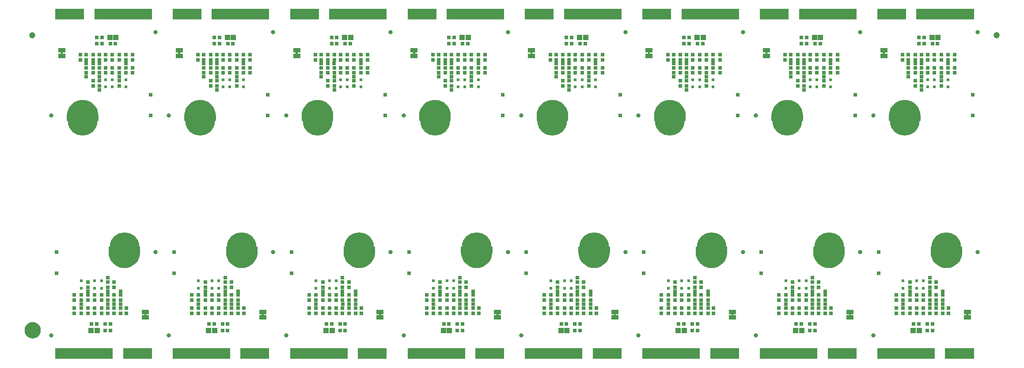
<source format=gbs>
G04 EAGLE Gerber RS-274X export*
G75*
%MOMM*%
%FSLAX34Y34*%
%LPD*%
%INSoldermask Bottom*%
%IPPOS*%
%AMOC8*
5,1,8,0,0,1.08239X$1,22.5*%
G01*
%ADD10R,0.711200X0.711200*%
%ADD11R,0.803200X0.803200*%
%ADD12R,0.603200X0.603200*%
%ADD13R,1.053200X1.103200*%
%ADD14R,1.473200X0.863600*%
%ADD15C,0.838200*%
%ADD16R,0.553200X2.153200*%
%ADD17R,0.453200X0.453200*%
%ADD18C,5.703200*%
%ADD19C,1.203200*%
%ADD20C,1.270000*%
%ADD21C,1.703200*%

G36*
X1729849Y188058D02*
X1729849Y188058D01*
X1729858Y188061D01*
X1729884Y188063D01*
X1734067Y188973D01*
X1734075Y188977D01*
X1734101Y188983D01*
X1738112Y190479D01*
X1738119Y190484D01*
X1738144Y190493D01*
X1741901Y192545D01*
X1741908Y192552D01*
X1741931Y192564D01*
X1745357Y195129D01*
X1745363Y195137D01*
X1745384Y195152D01*
X1748411Y198179D01*
X1748415Y198187D01*
X1748434Y198206D01*
X1750999Y201632D01*
X1751003Y201641D01*
X1751018Y201662D01*
X1753070Y205419D01*
X1753072Y205429D01*
X1753085Y205451D01*
X1754580Y209462D01*
X1754581Y209472D01*
X1754590Y209496D01*
X1755500Y213679D01*
X1755500Y213688D01*
X1755505Y213714D01*
X1755811Y217983D01*
X1755809Y217989D01*
X1755811Y218001D01*
X1755811Y228001D01*
X1755806Y228017D01*
X1755809Y228034D01*
X1755787Y228084D01*
X1755772Y228135D01*
X1755759Y228146D01*
X1755752Y228162D01*
X1755707Y228192D01*
X1755667Y228227D01*
X1755650Y228230D01*
X1755636Y228239D01*
X1755562Y228250D01*
X1743062Y228250D01*
X1743055Y228248D01*
X1743048Y228250D01*
X1742989Y228229D01*
X1742928Y228211D01*
X1742923Y228206D01*
X1742916Y228203D01*
X1742878Y228153D01*
X1742836Y228106D01*
X1742835Y228099D01*
X1742830Y228093D01*
X1742814Y228021D01*
X1742600Y225303D01*
X1741968Y222670D01*
X1740932Y220170D01*
X1739518Y217862D01*
X1737760Y215803D01*
X1735701Y214045D01*
X1733393Y212631D01*
X1730893Y211595D01*
X1728260Y210963D01*
X1725562Y210751D01*
X1722864Y210963D01*
X1720231Y211595D01*
X1717731Y212631D01*
X1715423Y214045D01*
X1713364Y215803D01*
X1713343Y215829D01*
X1713130Y216078D01*
X1712917Y216327D01*
X1712704Y216577D01*
X1712491Y216826D01*
X1712278Y217075D01*
X1711853Y217574D01*
X1711852Y217574D01*
X1711640Y217823D01*
X1711606Y217862D01*
X1710192Y220170D01*
X1709156Y222670D01*
X1708524Y225303D01*
X1708310Y228021D01*
X1708308Y228027D01*
X1708309Y228034D01*
X1708283Y228092D01*
X1708261Y228151D01*
X1708255Y228156D01*
X1708252Y228162D01*
X1708199Y228197D01*
X1708149Y228235D01*
X1708142Y228235D01*
X1708136Y228239D01*
X1708062Y228250D01*
X1695562Y228250D01*
X1695546Y228245D01*
X1695529Y228248D01*
X1695479Y228226D01*
X1695428Y228211D01*
X1695417Y228198D01*
X1695401Y228191D01*
X1695371Y228146D01*
X1695336Y228106D01*
X1695333Y228089D01*
X1695324Y228075D01*
X1695313Y228001D01*
X1695313Y218001D01*
X1695314Y217996D01*
X1695313Y217983D01*
X1695619Y213714D01*
X1695622Y213705D01*
X1695624Y213679D01*
X1696534Y209496D01*
X1696538Y209488D01*
X1696544Y209462D01*
X1698040Y205451D01*
X1698045Y205444D01*
X1698054Y205419D01*
X1700106Y201662D01*
X1700113Y201655D01*
X1700125Y201632D01*
X1702690Y198206D01*
X1702698Y198200D01*
X1702713Y198179D01*
X1705740Y195152D01*
X1705748Y195148D01*
X1705767Y195129D01*
X1709193Y192564D01*
X1709202Y192560D01*
X1709223Y192545D01*
X1712980Y190493D01*
X1712990Y190491D01*
X1713012Y190479D01*
X1717023Y188983D01*
X1717033Y188982D01*
X1717057Y188973D01*
X1721240Y188063D01*
X1721249Y188063D01*
X1721275Y188058D01*
X1725544Y187752D01*
X1725554Y187754D01*
X1725580Y187752D01*
X1729849Y188058D01*
G37*
G36*
X1504780Y188058D02*
X1504780Y188058D01*
X1504789Y188061D01*
X1504815Y188063D01*
X1508998Y188973D01*
X1509006Y188977D01*
X1509032Y188983D01*
X1513042Y190479D01*
X1513050Y190484D01*
X1513075Y190493D01*
X1516831Y192545D01*
X1516838Y192552D01*
X1516861Y192564D01*
X1520288Y195129D01*
X1520294Y195137D01*
X1520315Y195152D01*
X1523341Y198179D01*
X1523346Y198187D01*
X1523365Y198206D01*
X1525930Y201632D01*
X1525933Y201641D01*
X1525949Y201662D01*
X1528000Y205419D01*
X1528002Y205429D01*
X1528015Y205451D01*
X1529511Y209462D01*
X1529512Y209472D01*
X1529521Y209496D01*
X1530431Y213679D01*
X1530430Y213688D01*
X1530436Y213714D01*
X1530741Y217983D01*
X1530740Y217989D01*
X1530742Y218001D01*
X1530742Y228001D01*
X1530737Y228017D01*
X1530740Y228034D01*
X1530718Y228084D01*
X1530703Y228135D01*
X1530690Y228146D01*
X1530683Y228162D01*
X1530638Y228192D01*
X1530597Y228227D01*
X1530580Y228230D01*
X1530566Y228239D01*
X1530493Y228250D01*
X1517993Y228250D01*
X1517986Y228248D01*
X1517979Y228250D01*
X1517919Y228229D01*
X1517858Y228211D01*
X1517854Y228206D01*
X1517847Y228203D01*
X1517808Y228153D01*
X1517766Y228106D01*
X1517765Y228099D01*
X1517761Y228093D01*
X1517744Y228021D01*
X1517530Y225303D01*
X1516898Y222670D01*
X1515862Y220170D01*
X1514448Y217862D01*
X1512690Y215803D01*
X1510632Y214045D01*
X1508324Y212631D01*
X1505823Y211595D01*
X1503191Y210963D01*
X1500493Y210751D01*
X1497794Y210963D01*
X1495162Y211595D01*
X1492661Y212631D01*
X1490353Y214045D01*
X1488295Y215803D01*
X1488273Y215829D01*
X1488060Y216078D01*
X1487848Y216327D01*
X1487847Y216327D01*
X1487635Y216577D01*
X1487422Y216826D01*
X1487209Y217075D01*
X1486783Y217574D01*
X1486570Y217823D01*
X1486537Y217862D01*
X1485123Y220170D01*
X1484087Y222670D01*
X1483455Y225303D01*
X1483241Y228021D01*
X1483239Y228027D01*
X1483240Y228034D01*
X1483214Y228092D01*
X1483191Y228151D01*
X1483186Y228156D01*
X1483183Y228162D01*
X1483130Y228197D01*
X1483079Y228235D01*
X1483072Y228235D01*
X1483066Y228239D01*
X1482993Y228250D01*
X1470493Y228250D01*
X1470476Y228245D01*
X1470459Y228248D01*
X1470410Y228226D01*
X1470358Y228211D01*
X1470347Y228198D01*
X1470331Y228191D01*
X1470302Y228146D01*
X1470266Y228106D01*
X1470264Y228089D01*
X1470254Y228075D01*
X1470243Y228001D01*
X1470243Y218001D01*
X1470245Y217996D01*
X1470244Y217983D01*
X1470549Y213714D01*
X1470553Y213705D01*
X1470554Y213679D01*
X1471464Y209496D01*
X1471469Y209488D01*
X1471474Y209462D01*
X1472970Y205451D01*
X1472976Y205444D01*
X1472985Y205419D01*
X1475036Y201662D01*
X1475043Y201655D01*
X1475055Y201632D01*
X1477621Y198206D01*
X1477628Y198200D01*
X1477644Y198179D01*
X1480671Y195152D01*
X1480679Y195148D01*
X1480697Y195129D01*
X1484124Y192564D01*
X1484133Y192560D01*
X1484154Y192545D01*
X1487911Y190493D01*
X1487920Y190491D01*
X1487943Y190479D01*
X1491954Y188983D01*
X1491963Y188982D01*
X1491988Y188973D01*
X1496170Y188063D01*
X1496180Y188063D01*
X1496205Y188058D01*
X1500475Y187752D01*
X1500484Y187754D01*
X1500510Y187752D01*
X1504780Y188058D01*
G37*
G36*
X604451Y188058D02*
X604451Y188058D01*
X604461Y188061D01*
X604487Y188063D01*
X608669Y188973D01*
X608678Y188977D01*
X608703Y188983D01*
X612714Y190479D01*
X612721Y190484D01*
X612746Y190493D01*
X616503Y192545D01*
X616510Y192552D01*
X616533Y192564D01*
X619959Y195129D01*
X619965Y195137D01*
X619986Y195152D01*
X623013Y198179D01*
X623018Y198187D01*
X623036Y198206D01*
X625601Y201632D01*
X625605Y201641D01*
X625621Y201662D01*
X627672Y205419D01*
X627674Y205429D01*
X627687Y205451D01*
X629183Y209462D01*
X629183Y209472D01*
X629193Y209496D01*
X630102Y213679D01*
X630102Y213688D01*
X630107Y213714D01*
X630413Y217983D01*
X630412Y217989D01*
X630413Y218001D01*
X630413Y228001D01*
X630409Y228017D01*
X630411Y228034D01*
X630389Y228084D01*
X630374Y228135D01*
X630361Y228146D01*
X630354Y228162D01*
X630309Y228192D01*
X630269Y228227D01*
X630252Y228230D01*
X630238Y228239D01*
X630164Y228250D01*
X617664Y228250D01*
X617657Y228248D01*
X617650Y228250D01*
X617591Y228229D01*
X617530Y228211D01*
X617525Y228206D01*
X617518Y228203D01*
X617480Y228153D01*
X617438Y228106D01*
X617437Y228099D01*
X617433Y228093D01*
X617416Y228021D01*
X617202Y225303D01*
X616570Y222670D01*
X615534Y220170D01*
X614120Y217862D01*
X612362Y215803D01*
X610304Y214045D01*
X607996Y212631D01*
X605495Y211595D01*
X602863Y210963D01*
X600164Y210751D01*
X597466Y210963D01*
X594834Y211595D01*
X592333Y212631D01*
X590025Y214045D01*
X587967Y215803D01*
X587945Y215829D01*
X587732Y216078D01*
X587519Y216327D01*
X587306Y216577D01*
X587093Y216826D01*
X586881Y217075D01*
X586880Y217075D01*
X586455Y217574D01*
X586242Y217823D01*
X586209Y217862D01*
X584794Y220170D01*
X583759Y222670D01*
X583127Y225303D01*
X582913Y228021D01*
X582910Y228027D01*
X582911Y228034D01*
X582885Y228092D01*
X582863Y228151D01*
X582857Y228156D01*
X582854Y228162D01*
X582802Y228197D01*
X582751Y228235D01*
X582744Y228235D01*
X582738Y228239D01*
X582664Y228250D01*
X570164Y228250D01*
X570148Y228245D01*
X570131Y228248D01*
X570082Y228226D01*
X570030Y228211D01*
X570019Y228198D01*
X570003Y228191D01*
X569973Y228146D01*
X569938Y228106D01*
X569935Y228089D01*
X569926Y228075D01*
X569915Y228001D01*
X569915Y218001D01*
X569917Y217996D01*
X569916Y217983D01*
X570221Y213714D01*
X570224Y213705D01*
X570226Y213679D01*
X571136Y209496D01*
X571141Y209488D01*
X571146Y209462D01*
X572642Y205451D01*
X572647Y205444D01*
X572656Y205419D01*
X574708Y201662D01*
X574715Y201655D01*
X574727Y201632D01*
X577292Y198206D01*
X577300Y198200D01*
X577315Y198179D01*
X580342Y195152D01*
X580351Y195148D01*
X580369Y195129D01*
X583796Y192564D01*
X583805Y192560D01*
X583826Y192545D01*
X587582Y190493D01*
X587592Y190491D01*
X587615Y190479D01*
X591625Y188983D01*
X591635Y188982D01*
X591659Y188973D01*
X595842Y188063D01*
X595851Y188063D01*
X595877Y188058D01*
X600146Y187752D01*
X600156Y187754D01*
X600182Y187752D01*
X604451Y188058D01*
G37*
G36*
X1054616Y188058D02*
X1054616Y188058D01*
X1054625Y188061D01*
X1054651Y188063D01*
X1058833Y188973D01*
X1058842Y188977D01*
X1058867Y188983D01*
X1062878Y190479D01*
X1062886Y190484D01*
X1062910Y190493D01*
X1066667Y192545D01*
X1066674Y192552D01*
X1066697Y192564D01*
X1070124Y195129D01*
X1070129Y195137D01*
X1070150Y195152D01*
X1073177Y198179D01*
X1073182Y198187D01*
X1073200Y198206D01*
X1075766Y201632D01*
X1075769Y201641D01*
X1075785Y201662D01*
X1077836Y205419D01*
X1077838Y205429D01*
X1077851Y205451D01*
X1079347Y209462D01*
X1079347Y209472D01*
X1079357Y209496D01*
X1080267Y213679D01*
X1080266Y213688D01*
X1080272Y213714D01*
X1080577Y217983D01*
X1080576Y217989D01*
X1080578Y218001D01*
X1080578Y228001D01*
X1080573Y228017D01*
X1080575Y228034D01*
X1080554Y228084D01*
X1080538Y228135D01*
X1080526Y228146D01*
X1080519Y228162D01*
X1080474Y228192D01*
X1080433Y228227D01*
X1080416Y228230D01*
X1080402Y228239D01*
X1080328Y228250D01*
X1067828Y228250D01*
X1067821Y228248D01*
X1067814Y228250D01*
X1067755Y228229D01*
X1067694Y228211D01*
X1067689Y228206D01*
X1067683Y228203D01*
X1067644Y228153D01*
X1067602Y228106D01*
X1067601Y228099D01*
X1067597Y228093D01*
X1067580Y228021D01*
X1067366Y225303D01*
X1066734Y222670D01*
X1065698Y220170D01*
X1064284Y217862D01*
X1062526Y215803D01*
X1060468Y214045D01*
X1058160Y212631D01*
X1055659Y211595D01*
X1053027Y210963D01*
X1050328Y210751D01*
X1047630Y210963D01*
X1044998Y211595D01*
X1042497Y212631D01*
X1040189Y214045D01*
X1038131Y215803D01*
X1038109Y215829D01*
X1037896Y216078D01*
X1037683Y216327D01*
X1037470Y216577D01*
X1037258Y216826D01*
X1037045Y217075D01*
X1036619Y217574D01*
X1036406Y217823D01*
X1036373Y217862D01*
X1034959Y220170D01*
X1033923Y222670D01*
X1033291Y225303D01*
X1033077Y228021D01*
X1033074Y228027D01*
X1033075Y228034D01*
X1033050Y228092D01*
X1033027Y228151D01*
X1033022Y228156D01*
X1033019Y228162D01*
X1032966Y228197D01*
X1032915Y228235D01*
X1032908Y228235D01*
X1032902Y228239D01*
X1032828Y228250D01*
X1020328Y228250D01*
X1020312Y228245D01*
X1020295Y228248D01*
X1020246Y228226D01*
X1020194Y228211D01*
X1020183Y228198D01*
X1020167Y228191D01*
X1020138Y228146D01*
X1020102Y228106D01*
X1020100Y228089D01*
X1020090Y228075D01*
X1020079Y228001D01*
X1020079Y218001D01*
X1020081Y217996D01*
X1020080Y217983D01*
X1020385Y213714D01*
X1020389Y213705D01*
X1020390Y213679D01*
X1021300Y209496D01*
X1021305Y209488D01*
X1021310Y209462D01*
X1022806Y205451D01*
X1022812Y205444D01*
X1022821Y205419D01*
X1024872Y201662D01*
X1024879Y201655D01*
X1024891Y201632D01*
X1027456Y198206D01*
X1027464Y198200D01*
X1027480Y198179D01*
X1030506Y195152D01*
X1030515Y195148D01*
X1030533Y195129D01*
X1033960Y192564D01*
X1033969Y192560D01*
X1033990Y192545D01*
X1037747Y190493D01*
X1037756Y190491D01*
X1037779Y190479D01*
X1041789Y188983D01*
X1041799Y188982D01*
X1041823Y188973D01*
X1046006Y188063D01*
X1046016Y188063D01*
X1046041Y188058D01*
X1050311Y187752D01*
X1050320Y187754D01*
X1050346Y187752D01*
X1054616Y188058D01*
G37*
G36*
X829521Y188058D02*
X829521Y188058D01*
X829530Y188061D01*
X829556Y188063D01*
X833739Y188973D01*
X833747Y188977D01*
X833773Y188983D01*
X837783Y190479D01*
X837791Y190484D01*
X837816Y190493D01*
X841572Y192545D01*
X841579Y192552D01*
X841602Y192564D01*
X845029Y195129D01*
X845035Y195137D01*
X845056Y195152D01*
X848082Y198179D01*
X848087Y198187D01*
X848106Y198206D01*
X850671Y201632D01*
X850674Y201641D01*
X850690Y201662D01*
X852741Y205419D01*
X852743Y205429D01*
X852756Y205451D01*
X854252Y209462D01*
X854253Y209472D01*
X854262Y209496D01*
X855172Y213679D01*
X855171Y213688D01*
X855177Y213714D01*
X855482Y217983D01*
X855481Y217989D01*
X855483Y218001D01*
X855483Y228001D01*
X855478Y228017D01*
X855481Y228034D01*
X855459Y228084D01*
X855444Y228135D01*
X855431Y228146D01*
X855424Y228162D01*
X855379Y228192D01*
X855338Y228227D01*
X855321Y228230D01*
X855307Y228239D01*
X855234Y228250D01*
X842734Y228250D01*
X842727Y228248D01*
X842720Y228250D01*
X842660Y228229D01*
X842599Y228211D01*
X842595Y228206D01*
X842588Y228203D01*
X842549Y228153D01*
X842507Y228106D01*
X842506Y228099D01*
X842502Y228093D01*
X842485Y228021D01*
X842271Y225303D01*
X841639Y222670D01*
X840603Y220170D01*
X839189Y217862D01*
X837431Y215803D01*
X835373Y214045D01*
X833065Y212631D01*
X830564Y211595D01*
X827932Y210963D01*
X825234Y210751D01*
X822535Y210963D01*
X819903Y211595D01*
X817402Y212631D01*
X815094Y214045D01*
X813036Y215803D01*
X813014Y215829D01*
X812801Y216078D01*
X812589Y216327D01*
X812588Y216327D01*
X812376Y216577D01*
X812163Y216826D01*
X811950Y217075D01*
X811524Y217574D01*
X811311Y217823D01*
X811278Y217862D01*
X809864Y220170D01*
X808828Y222670D01*
X808196Y225303D01*
X807982Y228021D01*
X807980Y228027D01*
X807981Y228034D01*
X807955Y228092D01*
X807932Y228151D01*
X807927Y228156D01*
X807924Y228162D01*
X807871Y228197D01*
X807820Y228235D01*
X807813Y228235D01*
X807807Y228239D01*
X807734Y228250D01*
X795234Y228250D01*
X795217Y228245D01*
X795200Y228248D01*
X795151Y228226D01*
X795099Y228211D01*
X795088Y228198D01*
X795072Y228191D01*
X795043Y228146D01*
X795007Y228106D01*
X795005Y228089D01*
X794995Y228075D01*
X794984Y228001D01*
X794984Y218001D01*
X794986Y217996D01*
X794985Y217983D01*
X795290Y213714D01*
X795294Y213705D01*
X795295Y213679D01*
X796205Y209496D01*
X796210Y209488D01*
X796215Y209462D01*
X797711Y205451D01*
X797717Y205444D01*
X797726Y205419D01*
X799777Y201662D01*
X799784Y201655D01*
X799796Y201632D01*
X802362Y198206D01*
X802369Y198200D01*
X802385Y198179D01*
X805412Y195152D01*
X805420Y195148D01*
X805438Y195129D01*
X808865Y192564D01*
X808874Y192560D01*
X808895Y192545D01*
X812652Y190493D01*
X812661Y190491D01*
X812684Y190479D01*
X816695Y188983D01*
X816704Y188982D01*
X816729Y188973D01*
X820911Y188063D01*
X820921Y188063D01*
X820946Y188058D01*
X825216Y187752D01*
X825225Y187754D01*
X825251Y187752D01*
X829521Y188058D01*
G37*
G36*
X1279685Y188058D02*
X1279685Y188058D01*
X1279694Y188061D01*
X1279720Y188063D01*
X1283903Y188973D01*
X1283911Y188977D01*
X1283937Y188983D01*
X1287947Y190479D01*
X1287955Y190484D01*
X1287980Y190493D01*
X1291737Y192545D01*
X1291743Y192552D01*
X1291766Y192564D01*
X1295193Y195129D01*
X1295199Y195137D01*
X1295220Y195152D01*
X1298247Y198179D01*
X1298251Y198187D01*
X1298270Y198206D01*
X1300835Y201632D01*
X1300838Y201641D01*
X1300854Y201662D01*
X1302906Y205419D01*
X1302908Y205429D01*
X1302920Y205451D01*
X1304416Y209462D01*
X1304417Y209472D01*
X1304426Y209496D01*
X1305336Y213679D01*
X1305335Y213688D01*
X1305341Y213714D01*
X1305646Y217983D01*
X1305645Y217989D01*
X1305647Y218001D01*
X1305647Y228001D01*
X1305642Y228017D01*
X1305645Y228034D01*
X1305623Y228084D01*
X1305608Y228135D01*
X1305595Y228146D01*
X1305588Y228162D01*
X1305543Y228192D01*
X1305503Y228227D01*
X1305486Y228230D01*
X1305471Y228239D01*
X1305398Y228250D01*
X1292898Y228250D01*
X1292891Y228248D01*
X1292884Y228250D01*
X1292825Y228229D01*
X1292764Y228211D01*
X1292759Y228206D01*
X1292752Y228203D01*
X1292713Y228153D01*
X1292672Y228106D01*
X1292671Y228099D01*
X1292666Y228093D01*
X1292649Y228021D01*
X1292435Y225303D01*
X1291804Y222670D01*
X1290768Y220170D01*
X1289353Y217862D01*
X1287595Y215803D01*
X1285537Y214045D01*
X1283229Y212631D01*
X1280728Y211595D01*
X1278096Y210963D01*
X1275398Y210751D01*
X1272699Y210963D01*
X1270067Y211595D01*
X1267566Y212631D01*
X1265259Y214045D01*
X1263200Y215803D01*
X1263179Y215829D01*
X1263178Y215829D01*
X1262966Y216078D01*
X1262753Y216327D01*
X1262540Y216577D01*
X1262327Y216826D01*
X1262114Y217075D01*
X1261688Y217574D01*
X1261475Y217823D01*
X1261442Y217862D01*
X1260028Y220170D01*
X1258992Y222670D01*
X1258360Y225303D01*
X1258146Y228021D01*
X1258144Y228027D01*
X1258145Y228034D01*
X1258119Y228092D01*
X1258097Y228151D01*
X1258091Y228156D01*
X1258088Y228162D01*
X1258035Y228197D01*
X1257985Y228235D01*
X1257977Y228235D01*
X1257971Y228239D01*
X1257898Y228250D01*
X1245398Y228250D01*
X1245381Y228245D01*
X1245364Y228248D01*
X1245315Y228226D01*
X1245264Y228211D01*
X1245252Y228198D01*
X1245237Y228191D01*
X1245207Y228146D01*
X1245172Y228106D01*
X1245169Y228089D01*
X1245160Y228075D01*
X1245149Y228001D01*
X1245149Y218001D01*
X1245150Y217996D01*
X1245149Y217983D01*
X1245455Y213714D01*
X1245458Y213705D01*
X1245460Y213679D01*
X1246369Y209496D01*
X1246374Y209488D01*
X1246380Y209462D01*
X1247875Y205451D01*
X1247881Y205444D01*
X1247890Y205419D01*
X1249941Y201662D01*
X1249948Y201655D01*
X1249961Y201632D01*
X1252526Y198206D01*
X1252534Y198200D01*
X1252549Y198179D01*
X1255576Y195152D01*
X1255584Y195148D01*
X1255603Y195129D01*
X1259029Y192564D01*
X1259038Y192560D01*
X1259059Y192545D01*
X1262816Y190493D01*
X1262825Y190491D01*
X1262848Y190479D01*
X1266859Y188983D01*
X1266868Y188982D01*
X1266893Y188973D01*
X1271075Y188063D01*
X1271085Y188063D01*
X1271111Y188058D01*
X1275380Y187752D01*
X1275390Y187754D01*
X1275416Y187752D01*
X1279685Y188058D01*
G37*
G36*
X379357Y188058D02*
X379357Y188058D01*
X379366Y188061D01*
X379392Y188063D01*
X383574Y188973D01*
X383583Y188977D01*
X383608Y188983D01*
X387619Y190479D01*
X387627Y190484D01*
X387651Y190493D01*
X391408Y192545D01*
X391415Y192552D01*
X391438Y192564D01*
X394865Y195129D01*
X394870Y195137D01*
X394891Y195152D01*
X397918Y198179D01*
X397923Y198187D01*
X397941Y198206D01*
X400507Y201632D01*
X400510Y201641D01*
X400526Y201662D01*
X402577Y205419D01*
X402579Y205429D01*
X402592Y205451D01*
X404088Y209462D01*
X404088Y209472D01*
X404098Y209496D01*
X405008Y213679D01*
X405007Y213688D01*
X405013Y213714D01*
X405318Y217983D01*
X405317Y217989D01*
X405319Y218001D01*
X405319Y228001D01*
X405314Y228017D01*
X405316Y228034D01*
X405295Y228084D01*
X405279Y228135D01*
X405267Y228146D01*
X405260Y228162D01*
X405215Y228192D01*
X405174Y228227D01*
X405157Y228230D01*
X405143Y228239D01*
X405069Y228250D01*
X392569Y228250D01*
X392562Y228248D01*
X392555Y228250D01*
X392496Y228229D01*
X392435Y228211D01*
X392430Y228206D01*
X392424Y228203D01*
X392385Y228153D01*
X392343Y228106D01*
X392342Y228099D01*
X392338Y228093D01*
X392321Y228021D01*
X392107Y225303D01*
X391475Y222670D01*
X390439Y220170D01*
X389025Y217862D01*
X387267Y215803D01*
X385209Y214045D01*
X382901Y212631D01*
X380400Y211595D01*
X377768Y210963D01*
X375069Y210751D01*
X372371Y210963D01*
X369739Y211595D01*
X367238Y212631D01*
X364930Y214045D01*
X362872Y215803D01*
X362850Y215829D01*
X362637Y216078D01*
X362424Y216327D01*
X362211Y216577D01*
X361999Y216826D01*
X361786Y217075D01*
X361360Y217574D01*
X361147Y217823D01*
X361114Y217862D01*
X359700Y220170D01*
X358664Y222670D01*
X358032Y225303D01*
X357818Y228021D01*
X357815Y228027D01*
X357816Y228034D01*
X357791Y228092D01*
X357768Y228151D01*
X357763Y228156D01*
X357760Y228162D01*
X357707Y228197D01*
X357656Y228235D01*
X357649Y228235D01*
X357643Y228239D01*
X357569Y228250D01*
X345069Y228250D01*
X345053Y228245D01*
X345036Y228248D01*
X344987Y228226D01*
X344935Y228211D01*
X344924Y228198D01*
X344908Y228191D01*
X344879Y228146D01*
X344843Y228106D01*
X344841Y228089D01*
X344831Y228075D01*
X344820Y228001D01*
X344820Y218001D01*
X344822Y217996D01*
X344821Y217983D01*
X345126Y213714D01*
X345130Y213705D01*
X345131Y213679D01*
X346041Y209496D01*
X346046Y209488D01*
X346051Y209462D01*
X347547Y205451D01*
X347553Y205444D01*
X347562Y205419D01*
X349613Y201662D01*
X349620Y201655D01*
X349632Y201632D01*
X352197Y198206D01*
X352205Y198200D01*
X352221Y198179D01*
X355247Y195152D01*
X355256Y195148D01*
X355274Y195129D01*
X358701Y192564D01*
X358710Y192560D01*
X358731Y192545D01*
X362488Y190493D01*
X362497Y190491D01*
X362520Y190479D01*
X366530Y188983D01*
X366540Y188982D01*
X366564Y188973D01*
X370747Y188063D01*
X370757Y188063D01*
X370782Y188058D01*
X375052Y187752D01*
X375061Y187754D01*
X375087Y187752D01*
X379357Y188058D01*
G37*
G36*
X154287Y188058D02*
X154287Y188058D01*
X154296Y188061D01*
X154322Y188063D01*
X158505Y188973D01*
X158513Y188977D01*
X158539Y188983D01*
X162550Y190479D01*
X162557Y190484D01*
X162582Y190493D01*
X166339Y192545D01*
X166346Y192552D01*
X166369Y192564D01*
X169795Y195129D01*
X169801Y195137D01*
X169822Y195152D01*
X172849Y198179D01*
X172853Y198187D01*
X172872Y198206D01*
X175437Y201632D01*
X175441Y201641D01*
X175456Y201662D01*
X177508Y205419D01*
X177510Y205429D01*
X177523Y205451D01*
X179018Y209462D01*
X179019Y209472D01*
X179028Y209496D01*
X179938Y213679D01*
X179938Y213688D01*
X179943Y213714D01*
X180249Y217983D01*
X180247Y217989D01*
X180249Y218001D01*
X180249Y228001D01*
X180244Y228017D01*
X180247Y228034D01*
X180225Y228084D01*
X180210Y228135D01*
X180197Y228146D01*
X180190Y228162D01*
X180145Y228192D01*
X180105Y228227D01*
X180088Y228230D01*
X180074Y228239D01*
X180000Y228250D01*
X167500Y228250D01*
X167493Y228248D01*
X167486Y228250D01*
X167427Y228229D01*
X167366Y228211D01*
X167361Y228206D01*
X167354Y228203D01*
X167316Y228153D01*
X167274Y228106D01*
X167273Y228099D01*
X167268Y228093D01*
X167252Y228021D01*
X167038Y225303D01*
X166406Y222670D01*
X165370Y220170D01*
X163956Y217862D01*
X162198Y215803D01*
X160139Y214045D01*
X157831Y212631D01*
X155331Y211595D01*
X152698Y210963D01*
X150000Y210751D01*
X147302Y210963D01*
X144669Y211595D01*
X142169Y212631D01*
X139861Y214045D01*
X137802Y215803D01*
X137781Y215829D01*
X137568Y216078D01*
X137355Y216327D01*
X137142Y216577D01*
X136929Y216826D01*
X136716Y217075D01*
X136291Y217574D01*
X136290Y217574D01*
X136078Y217823D01*
X136044Y217862D01*
X134630Y220170D01*
X133594Y222670D01*
X132962Y225303D01*
X132748Y228021D01*
X132746Y228027D01*
X132747Y228034D01*
X132721Y228092D01*
X132699Y228151D01*
X132693Y228156D01*
X132690Y228162D01*
X132637Y228197D01*
X132587Y228235D01*
X132580Y228235D01*
X132574Y228239D01*
X132500Y228250D01*
X120000Y228250D01*
X119984Y228245D01*
X119967Y228248D01*
X119917Y228226D01*
X119866Y228211D01*
X119855Y228198D01*
X119839Y228191D01*
X119809Y228146D01*
X119774Y228106D01*
X119771Y228089D01*
X119762Y228075D01*
X119751Y228001D01*
X119751Y218001D01*
X119752Y217996D01*
X119751Y217983D01*
X120057Y213714D01*
X120060Y213705D01*
X120062Y213679D01*
X120972Y209496D01*
X120976Y209488D01*
X120982Y209462D01*
X122478Y205451D01*
X122483Y205444D01*
X122492Y205419D01*
X124544Y201662D01*
X124551Y201655D01*
X124563Y201632D01*
X127128Y198206D01*
X127136Y198200D01*
X127151Y198179D01*
X130178Y195152D01*
X130186Y195148D01*
X130205Y195129D01*
X133631Y192564D01*
X133640Y192560D01*
X133661Y192545D01*
X137418Y190493D01*
X137428Y190491D01*
X137450Y190479D01*
X141461Y188983D01*
X141471Y188982D01*
X141495Y188973D01*
X145678Y188063D01*
X145687Y188063D01*
X145713Y188058D01*
X149982Y187752D01*
X149992Y187754D01*
X150018Y187752D01*
X154287Y188058D01*
G37*
G36*
X502661Y470252D02*
X502661Y470252D01*
X502668Y470250D01*
X502727Y470271D01*
X502788Y470289D01*
X502793Y470294D01*
X502799Y470297D01*
X502838Y470347D01*
X502880Y470394D01*
X502881Y470401D01*
X502885Y470407D01*
X502902Y470479D01*
X503116Y473197D01*
X503748Y475830D01*
X504784Y478330D01*
X506198Y480638D01*
X507956Y482697D01*
X510014Y484455D01*
X512322Y485869D01*
X514823Y486905D01*
X517455Y487537D01*
X520154Y487749D01*
X522852Y487537D01*
X525484Y486905D01*
X527985Y485869D01*
X530293Y484455D01*
X532351Y482697D01*
X532475Y482551D01*
X532688Y482302D01*
X533114Y481803D01*
X533327Y481554D01*
X533540Y481305D01*
X533753Y481056D01*
X533966Y480806D01*
X534109Y480638D01*
X535523Y478330D01*
X536559Y475830D01*
X537191Y473197D01*
X537405Y470479D01*
X537408Y470473D01*
X537407Y470466D01*
X537432Y470408D01*
X537455Y470349D01*
X537461Y470344D01*
X537463Y470338D01*
X537516Y470303D01*
X537567Y470265D01*
X537574Y470265D01*
X537580Y470261D01*
X537654Y470250D01*
X550154Y470250D01*
X550170Y470255D01*
X550187Y470252D01*
X550236Y470274D01*
X550288Y470289D01*
X550299Y470302D01*
X550315Y470309D01*
X550344Y470354D01*
X550380Y470394D01*
X550382Y470411D01*
X550392Y470426D01*
X550403Y470499D01*
X550403Y480499D01*
X550401Y480504D01*
X550402Y480517D01*
X550097Y484786D01*
X550094Y484795D01*
X550092Y484821D01*
X549182Y489004D01*
X549177Y489012D01*
X549172Y489038D01*
X547676Y493049D01*
X547670Y493056D01*
X547661Y493081D01*
X545610Y496838D01*
X545603Y496845D01*
X545591Y496868D01*
X543026Y500294D01*
X543018Y500300D01*
X543002Y500321D01*
X539976Y503348D01*
X539967Y503352D01*
X539949Y503371D01*
X536522Y505936D01*
X536513Y505940D01*
X536492Y505955D01*
X532736Y508007D01*
X532726Y508009D01*
X532703Y508022D01*
X528693Y509517D01*
X528683Y509518D01*
X528659Y509527D01*
X524476Y510437D01*
X524466Y510437D01*
X524441Y510442D01*
X520171Y510748D01*
X520162Y510746D01*
X520136Y510748D01*
X515866Y510442D01*
X515857Y510439D01*
X515831Y510437D01*
X511649Y509527D01*
X511640Y509523D01*
X511615Y509517D01*
X507604Y508022D01*
X507596Y508016D01*
X507572Y508007D01*
X503815Y505955D01*
X503808Y505949D01*
X503785Y505936D01*
X500358Y503371D01*
X500353Y503363D01*
X500332Y503348D01*
X497305Y500321D01*
X497300Y500313D01*
X497282Y500294D01*
X494716Y496868D01*
X494713Y496859D01*
X494697Y496838D01*
X492646Y493081D01*
X492644Y493071D01*
X492631Y493049D01*
X491135Y489038D01*
X491135Y489028D01*
X491125Y489004D01*
X490215Y484821D01*
X490216Y484812D01*
X490210Y484786D01*
X489905Y480517D01*
X489906Y480511D01*
X489904Y480499D01*
X489904Y470499D01*
X489909Y470483D01*
X489907Y470466D01*
X489928Y470416D01*
X489944Y470365D01*
X489956Y470354D01*
X489963Y470338D01*
X490008Y470308D01*
X490049Y470273D01*
X490066Y470270D01*
X490080Y470261D01*
X490154Y470250D01*
X502654Y470250D01*
X502661Y470252D01*
G37*
G36*
X1177920Y470252D02*
X1177920Y470252D01*
X1177927Y470250D01*
X1177986Y470271D01*
X1178047Y470289D01*
X1178052Y470294D01*
X1178058Y470297D01*
X1178097Y470347D01*
X1178139Y470394D01*
X1178140Y470401D01*
X1178144Y470407D01*
X1178161Y470479D01*
X1178375Y473197D01*
X1179007Y475830D01*
X1180043Y478330D01*
X1181457Y480638D01*
X1183215Y482697D01*
X1185273Y484455D01*
X1187581Y485869D01*
X1190082Y486905D01*
X1192714Y487537D01*
X1195413Y487749D01*
X1198111Y487537D01*
X1200743Y486905D01*
X1203244Y485869D01*
X1205552Y484455D01*
X1207610Y482697D01*
X1207734Y482551D01*
X1207947Y482302D01*
X1208373Y481803D01*
X1208586Y481554D01*
X1208799Y481305D01*
X1209012Y481056D01*
X1209225Y480806D01*
X1209368Y480638D01*
X1210782Y478330D01*
X1211818Y475830D01*
X1212450Y473197D01*
X1212664Y470479D01*
X1212667Y470473D01*
X1212666Y470466D01*
X1212691Y470408D01*
X1212714Y470349D01*
X1212720Y470344D01*
X1212722Y470338D01*
X1212775Y470303D01*
X1212826Y470265D01*
X1212833Y470265D01*
X1212839Y470261D01*
X1212913Y470250D01*
X1225413Y470250D01*
X1225429Y470255D01*
X1225446Y470252D01*
X1225495Y470274D01*
X1225547Y470289D01*
X1225558Y470302D01*
X1225574Y470309D01*
X1225603Y470354D01*
X1225639Y470394D01*
X1225641Y470411D01*
X1225651Y470426D01*
X1225662Y470499D01*
X1225662Y480499D01*
X1225660Y480504D01*
X1225661Y480517D01*
X1225356Y484786D01*
X1225353Y484795D01*
X1225351Y484821D01*
X1224441Y489004D01*
X1224436Y489012D01*
X1224431Y489038D01*
X1222935Y493049D01*
X1222929Y493056D01*
X1222920Y493081D01*
X1220869Y496838D01*
X1220862Y496845D01*
X1220850Y496868D01*
X1218285Y500294D01*
X1218277Y500300D01*
X1218261Y500321D01*
X1215235Y503348D01*
X1215226Y503352D01*
X1215208Y503371D01*
X1211781Y505936D01*
X1211772Y505940D01*
X1211751Y505955D01*
X1207995Y508007D01*
X1207985Y508009D01*
X1207962Y508022D01*
X1203952Y509517D01*
X1203942Y509518D01*
X1203918Y509527D01*
X1199735Y510437D01*
X1199725Y510437D01*
X1199700Y510442D01*
X1195430Y510748D01*
X1195421Y510746D01*
X1195395Y510748D01*
X1191125Y510442D01*
X1191116Y510439D01*
X1191090Y510437D01*
X1186908Y509527D01*
X1186899Y509523D01*
X1186874Y509517D01*
X1182863Y508022D01*
X1182855Y508016D01*
X1182831Y508007D01*
X1179074Y505955D01*
X1179067Y505949D01*
X1179044Y505936D01*
X1175617Y503371D01*
X1175612Y503363D01*
X1175591Y503348D01*
X1172564Y500321D01*
X1172559Y500313D01*
X1172541Y500294D01*
X1169975Y496868D01*
X1169972Y496859D01*
X1169956Y496838D01*
X1167905Y493081D01*
X1167903Y493071D01*
X1167890Y493049D01*
X1166394Y489038D01*
X1166394Y489028D01*
X1166384Y489004D01*
X1165474Y484821D01*
X1165475Y484812D01*
X1165469Y484786D01*
X1165164Y480517D01*
X1165165Y480511D01*
X1165163Y480499D01*
X1165163Y470499D01*
X1165168Y470483D01*
X1165166Y470466D01*
X1165187Y470416D01*
X1165203Y470365D01*
X1165215Y470354D01*
X1165222Y470338D01*
X1165267Y470308D01*
X1165308Y470273D01*
X1165325Y470270D01*
X1165339Y470261D01*
X1165413Y470250D01*
X1177913Y470250D01*
X1177920Y470252D01*
G37*
G36*
X727755Y470252D02*
X727755Y470252D01*
X727762Y470250D01*
X727822Y470271D01*
X727883Y470289D01*
X727887Y470294D01*
X727894Y470297D01*
X727933Y470347D01*
X727975Y470394D01*
X727976Y470401D01*
X727980Y470407D01*
X727997Y470479D01*
X728211Y473197D01*
X728843Y475830D01*
X729879Y478330D01*
X731293Y480638D01*
X733051Y482697D01*
X735109Y484455D01*
X737417Y485869D01*
X739918Y486905D01*
X742550Y487537D01*
X745248Y487749D01*
X747947Y487537D01*
X750579Y486905D01*
X753080Y485869D01*
X755388Y484455D01*
X757446Y482697D01*
X757570Y482551D01*
X757783Y482302D01*
X758209Y481803D01*
X758422Y481554D01*
X758635Y481305D01*
X758847Y481056D01*
X758848Y481056D01*
X759060Y480806D01*
X759204Y480638D01*
X760618Y478330D01*
X761654Y475830D01*
X762286Y473197D01*
X762500Y470479D01*
X762503Y470473D01*
X762501Y470466D01*
X762527Y470408D01*
X762550Y470349D01*
X762555Y470344D01*
X762558Y470338D01*
X762611Y470303D01*
X762662Y470265D01*
X762669Y470265D01*
X762675Y470261D01*
X762748Y470250D01*
X775248Y470250D01*
X775265Y470255D01*
X775282Y470252D01*
X775331Y470274D01*
X775383Y470289D01*
X775394Y470302D01*
X775410Y470309D01*
X775439Y470354D01*
X775475Y470394D01*
X775477Y470411D01*
X775487Y470426D01*
X775498Y470499D01*
X775498Y480499D01*
X775496Y480504D01*
X775497Y480517D01*
X775192Y484786D01*
X775188Y484795D01*
X775187Y484821D01*
X774277Y489004D01*
X774272Y489012D01*
X774267Y489038D01*
X772771Y493049D01*
X772765Y493056D01*
X772756Y493081D01*
X770705Y496838D01*
X770698Y496845D01*
X770686Y496868D01*
X768120Y500294D01*
X768113Y500300D01*
X768097Y500321D01*
X765070Y503348D01*
X765062Y503352D01*
X765044Y503371D01*
X761617Y505936D01*
X761608Y505940D01*
X761587Y505955D01*
X757830Y508007D01*
X757821Y508009D01*
X757798Y508022D01*
X753787Y509517D01*
X753778Y509518D01*
X753753Y509527D01*
X749571Y510437D01*
X749561Y510437D01*
X749536Y510442D01*
X745266Y510748D01*
X745257Y510746D01*
X745231Y510748D01*
X740961Y510442D01*
X740952Y510439D01*
X740926Y510437D01*
X736743Y509527D01*
X736735Y509523D01*
X736709Y509517D01*
X732699Y508022D01*
X732691Y508016D01*
X732667Y508007D01*
X728910Y505955D01*
X728903Y505949D01*
X728880Y505936D01*
X725453Y503371D01*
X725447Y503363D01*
X725426Y503348D01*
X722400Y500321D01*
X722395Y500313D01*
X722376Y500294D01*
X719811Y496868D01*
X719808Y496859D01*
X719792Y496838D01*
X717741Y493081D01*
X717739Y493071D01*
X717726Y493049D01*
X716230Y489038D01*
X716229Y489028D01*
X716220Y489004D01*
X715310Y484821D01*
X715311Y484812D01*
X715305Y484786D01*
X715000Y480517D01*
X715001Y480511D01*
X714999Y480499D01*
X714999Y470499D01*
X715004Y470483D01*
X715001Y470466D01*
X715023Y470416D01*
X715038Y470365D01*
X715051Y470354D01*
X715058Y470338D01*
X715103Y470308D01*
X715144Y470273D01*
X715161Y470270D01*
X715175Y470261D01*
X715248Y470250D01*
X727748Y470250D01*
X727755Y470252D01*
G37*
G36*
X52496Y470252D02*
X52496Y470252D01*
X52503Y470250D01*
X52563Y470271D01*
X52624Y470289D01*
X52628Y470294D01*
X52635Y470297D01*
X52674Y470347D01*
X52716Y470394D01*
X52717Y470401D01*
X52721Y470407D01*
X52738Y470479D01*
X52952Y473197D01*
X53584Y475830D01*
X54620Y478330D01*
X56034Y480638D01*
X57792Y482697D01*
X59850Y484455D01*
X62158Y485869D01*
X64659Y486905D01*
X67291Y487537D01*
X69989Y487749D01*
X72688Y487537D01*
X75320Y486905D01*
X77821Y485869D01*
X80129Y484455D01*
X82187Y482697D01*
X82311Y482551D01*
X82524Y482302D01*
X82950Y481803D01*
X83163Y481554D01*
X83376Y481305D01*
X83588Y481056D01*
X83589Y481056D01*
X83801Y480806D01*
X83945Y480638D01*
X85359Y478330D01*
X86395Y475830D01*
X87027Y473197D01*
X87241Y470479D01*
X87244Y470473D01*
X87242Y470466D01*
X87268Y470408D01*
X87291Y470349D01*
X87296Y470344D01*
X87299Y470338D01*
X87352Y470303D01*
X87403Y470265D01*
X87410Y470265D01*
X87416Y470261D01*
X87489Y470250D01*
X99989Y470250D01*
X100006Y470255D01*
X100023Y470252D01*
X100072Y470274D01*
X100124Y470289D01*
X100135Y470302D01*
X100151Y470309D01*
X100180Y470354D01*
X100216Y470394D01*
X100218Y470411D01*
X100228Y470426D01*
X100239Y470499D01*
X100239Y480499D01*
X100237Y480504D01*
X100238Y480517D01*
X99933Y484786D01*
X99929Y484795D01*
X99928Y484821D01*
X99018Y489004D01*
X99013Y489012D01*
X99008Y489038D01*
X97512Y493049D01*
X97506Y493056D01*
X97497Y493081D01*
X95446Y496838D01*
X95439Y496845D01*
X95427Y496868D01*
X92861Y500294D01*
X92854Y500300D01*
X92838Y500321D01*
X89811Y503348D01*
X89803Y503352D01*
X89785Y503371D01*
X86358Y505936D01*
X86349Y505940D01*
X86328Y505955D01*
X82571Y508007D01*
X82562Y508009D01*
X82539Y508022D01*
X78528Y509517D01*
X78519Y509518D01*
X78494Y509527D01*
X74312Y510437D01*
X74302Y510437D01*
X74277Y510442D01*
X70007Y510748D01*
X69998Y510746D01*
X69972Y510748D01*
X65702Y510442D01*
X65693Y510439D01*
X65667Y510437D01*
X61484Y509527D01*
X61476Y509523D01*
X61450Y509517D01*
X57440Y508022D01*
X57432Y508016D01*
X57408Y508007D01*
X53651Y505955D01*
X53644Y505949D01*
X53621Y505936D01*
X50194Y503371D01*
X50188Y503363D01*
X50167Y503348D01*
X47141Y500321D01*
X47136Y500313D01*
X47117Y500294D01*
X44552Y496868D01*
X44549Y496859D01*
X44533Y496838D01*
X42482Y493081D01*
X42480Y493071D01*
X42467Y493049D01*
X40971Y489038D01*
X40970Y489028D01*
X40961Y489004D01*
X40051Y484821D01*
X40052Y484812D01*
X40046Y484786D01*
X39741Y480517D01*
X39742Y480511D01*
X39740Y480499D01*
X39740Y470499D01*
X39745Y470483D01*
X39742Y470466D01*
X39764Y470416D01*
X39779Y470365D01*
X39792Y470354D01*
X39799Y470338D01*
X39844Y470308D01*
X39885Y470273D01*
X39902Y470270D01*
X39916Y470261D01*
X39989Y470250D01*
X52489Y470250D01*
X52496Y470252D01*
G37*
G36*
X1402989Y470252D02*
X1402989Y470252D01*
X1402996Y470250D01*
X1403055Y470271D01*
X1403116Y470289D01*
X1403121Y470294D01*
X1403128Y470297D01*
X1403167Y470347D01*
X1403208Y470394D01*
X1403209Y470401D01*
X1403214Y470407D01*
X1403230Y470479D01*
X1403444Y473197D01*
X1404076Y475830D01*
X1405112Y478330D01*
X1406526Y480638D01*
X1408284Y482697D01*
X1410343Y484455D01*
X1412651Y485869D01*
X1415151Y486905D01*
X1417784Y487537D01*
X1420482Y487749D01*
X1423180Y487537D01*
X1425813Y486905D01*
X1428313Y485869D01*
X1430621Y484455D01*
X1432680Y482697D01*
X1432804Y482551D01*
X1433017Y482302D01*
X1433442Y481803D01*
X1433443Y481803D01*
X1433655Y481554D01*
X1433868Y481305D01*
X1434081Y481056D01*
X1434294Y480806D01*
X1434438Y480638D01*
X1435852Y478330D01*
X1436888Y475830D01*
X1437520Y473197D01*
X1437734Y470479D01*
X1437736Y470473D01*
X1437735Y470466D01*
X1437761Y470408D01*
X1437783Y470349D01*
X1437789Y470344D01*
X1437792Y470338D01*
X1437845Y470303D01*
X1437895Y470265D01*
X1437903Y470265D01*
X1437909Y470261D01*
X1437982Y470250D01*
X1450482Y470250D01*
X1450498Y470255D01*
X1450515Y470252D01*
X1450565Y470274D01*
X1450616Y470289D01*
X1450627Y470302D01*
X1450643Y470309D01*
X1450673Y470354D01*
X1450708Y470394D01*
X1450711Y470411D01*
X1450720Y470426D01*
X1450731Y470499D01*
X1450731Y480499D01*
X1450730Y480504D01*
X1450731Y480517D01*
X1450425Y484786D01*
X1450422Y484795D01*
X1450420Y484821D01*
X1449510Y489004D01*
X1449506Y489012D01*
X1449500Y489038D01*
X1448005Y493049D01*
X1447999Y493056D01*
X1447990Y493081D01*
X1445938Y496838D01*
X1445932Y496845D01*
X1445919Y496868D01*
X1443354Y500294D01*
X1443346Y500300D01*
X1443331Y500321D01*
X1440304Y503348D01*
X1440296Y503352D01*
X1440277Y503371D01*
X1436851Y505936D01*
X1436842Y505940D01*
X1436821Y505955D01*
X1433064Y508007D01*
X1433054Y508009D01*
X1433032Y508022D01*
X1429021Y509517D01*
X1429011Y509518D01*
X1428987Y509527D01*
X1424804Y510437D01*
X1424795Y510437D01*
X1424769Y510442D01*
X1420500Y510748D01*
X1420490Y510746D01*
X1420464Y510748D01*
X1416195Y510442D01*
X1416186Y510439D01*
X1416160Y510437D01*
X1411977Y509527D01*
X1411969Y509523D01*
X1411943Y509517D01*
X1407932Y508022D01*
X1407925Y508016D01*
X1407900Y508007D01*
X1404143Y505955D01*
X1404136Y505949D01*
X1404113Y505936D01*
X1400687Y503371D01*
X1400681Y503363D01*
X1400660Y503348D01*
X1397633Y500321D01*
X1397629Y500313D01*
X1397610Y500294D01*
X1395045Y496868D01*
X1395041Y496859D01*
X1395026Y496838D01*
X1392974Y493081D01*
X1392972Y493071D01*
X1392960Y493049D01*
X1391464Y489038D01*
X1391463Y489028D01*
X1391454Y489004D01*
X1390544Y484821D01*
X1390544Y484812D01*
X1390539Y484786D01*
X1390233Y480517D01*
X1390235Y480511D01*
X1390233Y480499D01*
X1390233Y470499D01*
X1390238Y470483D01*
X1390235Y470466D01*
X1390257Y470416D01*
X1390272Y470365D01*
X1390285Y470354D01*
X1390292Y470338D01*
X1390337Y470308D01*
X1390377Y470273D01*
X1390394Y470270D01*
X1390409Y470261D01*
X1390482Y470250D01*
X1402982Y470250D01*
X1402989Y470252D01*
G37*
G36*
X277591Y470252D02*
X277591Y470252D01*
X277598Y470250D01*
X277657Y470271D01*
X277718Y470289D01*
X277723Y470294D01*
X277730Y470297D01*
X277769Y470347D01*
X277810Y470394D01*
X277811Y470401D01*
X277816Y470407D01*
X277833Y470479D01*
X278047Y473197D01*
X278679Y475830D01*
X279714Y478330D01*
X281129Y480638D01*
X282887Y482697D01*
X284945Y484455D01*
X287253Y485869D01*
X289754Y486905D01*
X292386Y487537D01*
X295084Y487749D01*
X297783Y487537D01*
X300415Y486905D01*
X302916Y485869D01*
X305224Y484455D01*
X307282Y482697D01*
X307406Y482551D01*
X307619Y482302D01*
X308045Y481803D01*
X308258Y481554D01*
X308470Y481305D01*
X308683Y481056D01*
X308896Y480806D01*
X309040Y480638D01*
X310454Y478330D01*
X311490Y475830D01*
X312122Y473197D01*
X312336Y470479D01*
X312338Y470473D01*
X312337Y470466D01*
X312363Y470408D01*
X312385Y470349D01*
X312391Y470344D01*
X312394Y470338D01*
X312447Y470303D01*
X312497Y470265D01*
X312505Y470265D01*
X312511Y470261D01*
X312584Y470250D01*
X325084Y470250D01*
X325101Y470255D01*
X325118Y470252D01*
X325167Y470274D01*
X325218Y470289D01*
X325230Y470302D01*
X325245Y470309D01*
X325275Y470354D01*
X325310Y470394D01*
X325313Y470411D01*
X325322Y470426D01*
X325333Y470499D01*
X325333Y480499D01*
X325332Y480504D01*
X325333Y480517D01*
X325027Y484786D01*
X325024Y484795D01*
X325022Y484821D01*
X324113Y489004D01*
X324108Y489012D01*
X324103Y489038D01*
X322607Y493049D01*
X322601Y493056D01*
X322592Y493081D01*
X320541Y496838D01*
X320534Y496845D01*
X320521Y496868D01*
X317956Y500294D01*
X317948Y500300D01*
X317933Y500321D01*
X314906Y503348D01*
X314898Y503352D01*
X314879Y503371D01*
X311453Y505936D01*
X311444Y505940D01*
X311423Y505955D01*
X307666Y508007D01*
X307657Y508009D01*
X307634Y508022D01*
X303623Y509517D01*
X303614Y509518D01*
X303589Y509527D01*
X299407Y510437D01*
X299397Y510437D01*
X299371Y510442D01*
X295102Y510748D01*
X295093Y510746D01*
X295066Y510748D01*
X290797Y510442D01*
X290788Y510439D01*
X290762Y510437D01*
X286579Y509527D01*
X286571Y509523D01*
X286545Y509517D01*
X282535Y508022D01*
X282527Y508016D01*
X282502Y508007D01*
X278746Y505955D01*
X278739Y505949D01*
X278716Y505936D01*
X275289Y503371D01*
X275283Y503363D01*
X275262Y503348D01*
X272235Y500321D01*
X272231Y500313D01*
X272212Y500294D01*
X269647Y496868D01*
X269644Y496859D01*
X269628Y496838D01*
X267576Y493081D01*
X267574Y493071D01*
X267562Y493049D01*
X266066Y489038D01*
X266065Y489028D01*
X266056Y489004D01*
X265146Y484821D01*
X265147Y484812D01*
X265141Y484786D01*
X264836Y480517D01*
X264837Y480511D01*
X264835Y480499D01*
X264835Y470499D01*
X264840Y470483D01*
X264837Y470466D01*
X264859Y470416D01*
X264874Y470365D01*
X264887Y470354D01*
X264894Y470338D01*
X264939Y470308D01*
X264979Y470273D01*
X264996Y470270D01*
X265011Y470261D01*
X265084Y470250D01*
X277584Y470250D01*
X277591Y470252D01*
G37*
G36*
X952825Y470252D02*
X952825Y470252D01*
X952832Y470250D01*
X952891Y470271D01*
X952952Y470289D01*
X952957Y470294D01*
X952964Y470297D01*
X953002Y470347D01*
X953044Y470394D01*
X953045Y470401D01*
X953049Y470407D01*
X953066Y470479D01*
X953280Y473197D01*
X953912Y475830D01*
X954948Y478330D01*
X956362Y480638D01*
X958120Y482697D01*
X960179Y484455D01*
X962486Y485869D01*
X964987Y486905D01*
X967619Y487537D01*
X970318Y487749D01*
X973016Y487537D01*
X975648Y486905D01*
X978149Y485869D01*
X980457Y484455D01*
X982515Y482697D01*
X982640Y482551D01*
X982852Y482302D01*
X982853Y482302D01*
X983278Y481803D01*
X983491Y481554D01*
X983704Y481305D01*
X983917Y481056D01*
X984130Y480806D01*
X984273Y480638D01*
X985688Y478330D01*
X986724Y475830D01*
X987355Y473197D01*
X987569Y470479D01*
X987572Y470473D01*
X987571Y470466D01*
X987597Y470408D01*
X987619Y470349D01*
X987625Y470344D01*
X987628Y470338D01*
X987680Y470303D01*
X987731Y470265D01*
X987738Y470265D01*
X987744Y470261D01*
X987818Y470250D01*
X1000318Y470250D01*
X1000334Y470255D01*
X1000351Y470252D01*
X1000400Y470274D01*
X1000452Y470289D01*
X1000463Y470302D01*
X1000479Y470309D01*
X1000509Y470354D01*
X1000544Y470394D01*
X1000547Y470411D01*
X1000556Y470426D01*
X1000567Y470499D01*
X1000567Y480499D01*
X1000565Y480504D01*
X1000566Y480517D01*
X1000261Y484786D01*
X1000258Y484795D01*
X1000256Y484821D01*
X999346Y489004D01*
X999342Y489012D01*
X999336Y489038D01*
X997840Y493049D01*
X997835Y493056D01*
X997826Y493081D01*
X995774Y496838D01*
X995767Y496845D01*
X995755Y496868D01*
X993190Y500294D01*
X993182Y500300D01*
X993167Y500321D01*
X990140Y503348D01*
X990131Y503352D01*
X990113Y503371D01*
X986686Y505936D01*
X986677Y505940D01*
X986657Y505955D01*
X982900Y508007D01*
X982890Y508009D01*
X982867Y508022D01*
X978857Y509517D01*
X978847Y509518D01*
X978823Y509527D01*
X974640Y510437D01*
X974631Y510437D01*
X974605Y510442D01*
X970336Y510748D01*
X970326Y510746D01*
X970300Y510748D01*
X966031Y510442D01*
X966022Y510439D01*
X965995Y510437D01*
X961813Y509527D01*
X961804Y509523D01*
X961779Y509517D01*
X957768Y508022D01*
X957761Y508016D01*
X957736Y508007D01*
X953979Y505955D01*
X953972Y505949D01*
X953949Y505936D01*
X950523Y503371D01*
X950517Y503363D01*
X950496Y503348D01*
X947469Y500321D01*
X947464Y500313D01*
X947446Y500294D01*
X944881Y496868D01*
X944877Y496859D01*
X944861Y496838D01*
X942810Y493081D01*
X942808Y493071D01*
X942795Y493049D01*
X941300Y489038D01*
X941299Y489028D01*
X941289Y489004D01*
X940380Y484821D01*
X940380Y484812D01*
X940375Y484786D01*
X940069Y480517D01*
X940070Y480511D01*
X940069Y480499D01*
X940069Y470499D01*
X940073Y470483D01*
X940071Y470466D01*
X940093Y470416D01*
X940108Y470365D01*
X940121Y470354D01*
X940128Y470338D01*
X940173Y470308D01*
X940213Y470273D01*
X940230Y470270D01*
X940244Y470261D01*
X940318Y470250D01*
X952818Y470250D01*
X952825Y470252D01*
G37*
G36*
X1628058Y470252D02*
X1628058Y470252D01*
X1628065Y470250D01*
X1628125Y470271D01*
X1628186Y470289D01*
X1628190Y470294D01*
X1628197Y470297D01*
X1628236Y470347D01*
X1628278Y470394D01*
X1628279Y470401D01*
X1628283Y470407D01*
X1628300Y470479D01*
X1628514Y473197D01*
X1629146Y475830D01*
X1630182Y478330D01*
X1631596Y480638D01*
X1633354Y482697D01*
X1635412Y484455D01*
X1637720Y485869D01*
X1640221Y486905D01*
X1642853Y487537D01*
X1645551Y487749D01*
X1648250Y487537D01*
X1650882Y486905D01*
X1653383Y485869D01*
X1655691Y484455D01*
X1657749Y482697D01*
X1657873Y482551D01*
X1658086Y482302D01*
X1658512Y481803D01*
X1658725Y481554D01*
X1658938Y481305D01*
X1659150Y481056D01*
X1659151Y481056D01*
X1659363Y480806D01*
X1659507Y480638D01*
X1660921Y478330D01*
X1661957Y475830D01*
X1662589Y473197D01*
X1662803Y470479D01*
X1662806Y470473D01*
X1662804Y470466D01*
X1662830Y470408D01*
X1662853Y470349D01*
X1662858Y470344D01*
X1662861Y470338D01*
X1662914Y470303D01*
X1662965Y470265D01*
X1662972Y470265D01*
X1662978Y470261D01*
X1663051Y470250D01*
X1675551Y470250D01*
X1675568Y470255D01*
X1675585Y470252D01*
X1675634Y470274D01*
X1675686Y470289D01*
X1675697Y470302D01*
X1675713Y470309D01*
X1675742Y470354D01*
X1675778Y470394D01*
X1675780Y470411D01*
X1675790Y470426D01*
X1675801Y470499D01*
X1675801Y480499D01*
X1675799Y480504D01*
X1675800Y480517D01*
X1675495Y484786D01*
X1675491Y484795D01*
X1675490Y484821D01*
X1674580Y489004D01*
X1674575Y489012D01*
X1674570Y489038D01*
X1673074Y493049D01*
X1673068Y493056D01*
X1673059Y493081D01*
X1671008Y496838D01*
X1671001Y496845D01*
X1670989Y496868D01*
X1668423Y500294D01*
X1668416Y500300D01*
X1668400Y500321D01*
X1665373Y503348D01*
X1665365Y503352D01*
X1665347Y503371D01*
X1661920Y505936D01*
X1661911Y505940D01*
X1661890Y505955D01*
X1658133Y508007D01*
X1658124Y508009D01*
X1658101Y508022D01*
X1654090Y509517D01*
X1654081Y509518D01*
X1654056Y509527D01*
X1649874Y510437D01*
X1649864Y510437D01*
X1649839Y510442D01*
X1645569Y510748D01*
X1645560Y510746D01*
X1645534Y510748D01*
X1641264Y510442D01*
X1641255Y510439D01*
X1641229Y510437D01*
X1637046Y509527D01*
X1637038Y509523D01*
X1637012Y509517D01*
X1633002Y508022D01*
X1632994Y508016D01*
X1632970Y508007D01*
X1629213Y505955D01*
X1629206Y505949D01*
X1629183Y505936D01*
X1625756Y503371D01*
X1625750Y503363D01*
X1625729Y503348D01*
X1622703Y500321D01*
X1622698Y500313D01*
X1622679Y500294D01*
X1620114Y496868D01*
X1620111Y496859D01*
X1620095Y496838D01*
X1618044Y493081D01*
X1618042Y493071D01*
X1618029Y493049D01*
X1616533Y489038D01*
X1616532Y489028D01*
X1616523Y489004D01*
X1615613Y484821D01*
X1615614Y484812D01*
X1615608Y484786D01*
X1615303Y480517D01*
X1615304Y480511D01*
X1615302Y480499D01*
X1615302Y470499D01*
X1615307Y470483D01*
X1615304Y470466D01*
X1615326Y470416D01*
X1615341Y470365D01*
X1615354Y470354D01*
X1615361Y470338D01*
X1615406Y470308D01*
X1615447Y470273D01*
X1615464Y470270D01*
X1615478Y470261D01*
X1615551Y470250D01*
X1628051Y470250D01*
X1628058Y470252D01*
G37*
G36*
X931653Y597971D02*
X931653Y597971D01*
X931718Y597973D01*
X931762Y597991D01*
X931809Y597999D01*
X931865Y598033D01*
X931926Y598058D01*
X931961Y598089D01*
X932002Y598114D01*
X932043Y598165D01*
X932092Y598209D01*
X932113Y598251D01*
X932143Y598288D01*
X932164Y598350D01*
X932194Y598409D01*
X932203Y598463D01*
X932215Y598500D01*
X932214Y598540D01*
X932222Y598594D01*
X932222Y602404D01*
X932210Y602469D01*
X932208Y602535D01*
X932191Y602578D01*
X932182Y602625D01*
X932149Y602682D01*
X932124Y602742D01*
X932092Y602777D01*
X932068Y602818D01*
X932017Y602860D01*
X931973Y602908D01*
X931931Y602930D01*
X931894Y602959D01*
X931832Y602980D01*
X931773Y603011D01*
X931719Y603019D01*
X931682Y603031D01*
X931642Y603030D01*
X931588Y603038D01*
X929048Y603038D01*
X928983Y603027D01*
X928917Y603025D01*
X928874Y603007D01*
X928827Y602999D01*
X928770Y602965D01*
X928709Y602940D01*
X928675Y602909D01*
X928634Y602884D01*
X928592Y602833D01*
X928544Y602789D01*
X928522Y602747D01*
X928492Y602710D01*
X928471Y602648D01*
X928441Y602589D01*
X928433Y602535D01*
X928421Y602498D01*
X928421Y602494D01*
X928421Y602493D01*
X928422Y602458D01*
X928414Y602404D01*
X928414Y598594D01*
X928425Y598529D01*
X928427Y598463D01*
X928445Y598420D01*
X928453Y598373D01*
X928487Y598316D01*
X928511Y598256D01*
X928543Y598221D01*
X928567Y598180D01*
X928618Y598139D01*
X928663Y598090D01*
X928705Y598068D01*
X928742Y598039D01*
X928804Y598018D01*
X928862Y597987D01*
X928917Y597979D01*
X928954Y597967D01*
X928993Y597968D01*
X929048Y597960D01*
X931588Y597960D01*
X931653Y597971D01*
G37*
G36*
X1381817Y597971D02*
X1381817Y597971D01*
X1381883Y597973D01*
X1381926Y597991D01*
X1381973Y597999D01*
X1382030Y598033D01*
X1382090Y598058D01*
X1382125Y598089D01*
X1382166Y598114D01*
X1382208Y598165D01*
X1382256Y598209D01*
X1382278Y598251D01*
X1382307Y598288D01*
X1382328Y598350D01*
X1382359Y598409D01*
X1382367Y598463D01*
X1382379Y598500D01*
X1382378Y598540D01*
X1382386Y598594D01*
X1382386Y602404D01*
X1382375Y602469D01*
X1382373Y602535D01*
X1382355Y602578D01*
X1382347Y602625D01*
X1382313Y602682D01*
X1382288Y602742D01*
X1382257Y602777D01*
X1382232Y602818D01*
X1382181Y602860D01*
X1382137Y602908D01*
X1382095Y602930D01*
X1382058Y602959D01*
X1381996Y602980D01*
X1381937Y603011D01*
X1381883Y603019D01*
X1381846Y603031D01*
X1381806Y603030D01*
X1381752Y603038D01*
X1379212Y603038D01*
X1379147Y603027D01*
X1379081Y603025D01*
X1379038Y603007D01*
X1378991Y602999D01*
X1378934Y602965D01*
X1378874Y602940D01*
X1378839Y602909D01*
X1378798Y602884D01*
X1378757Y602833D01*
X1378708Y602789D01*
X1378686Y602747D01*
X1378657Y602710D01*
X1378636Y602648D01*
X1378605Y602589D01*
X1378597Y602535D01*
X1378585Y602498D01*
X1378585Y602494D01*
X1378585Y602493D01*
X1378586Y602458D01*
X1378578Y602404D01*
X1378578Y598594D01*
X1378589Y598529D01*
X1378591Y598463D01*
X1378609Y598420D01*
X1378617Y598373D01*
X1378651Y598316D01*
X1378676Y598256D01*
X1378707Y598221D01*
X1378732Y598180D01*
X1378783Y598139D01*
X1378827Y598090D01*
X1378869Y598068D01*
X1378906Y598039D01*
X1378968Y598018D01*
X1379027Y597987D01*
X1379081Y597979D01*
X1379118Y597967D01*
X1379158Y597968D01*
X1379212Y597960D01*
X1381752Y597960D01*
X1381817Y597971D01*
G37*
G36*
X1156747Y597971D02*
X1156747Y597971D01*
X1156813Y597973D01*
X1156857Y597991D01*
X1156903Y597999D01*
X1156960Y598033D01*
X1157021Y598058D01*
X1157056Y598089D01*
X1157097Y598114D01*
X1157138Y598165D01*
X1157187Y598209D01*
X1157208Y598251D01*
X1157238Y598288D01*
X1157259Y598350D01*
X1157289Y598409D01*
X1157297Y598463D01*
X1157310Y598500D01*
X1157309Y598540D01*
X1157317Y598594D01*
X1157317Y602404D01*
X1157305Y602469D01*
X1157303Y602535D01*
X1157286Y602578D01*
X1157277Y602625D01*
X1157244Y602682D01*
X1157219Y602742D01*
X1157187Y602777D01*
X1157163Y602818D01*
X1157112Y602860D01*
X1157068Y602908D01*
X1157026Y602930D01*
X1156989Y602959D01*
X1156927Y602980D01*
X1156868Y603011D01*
X1156814Y603019D01*
X1156776Y603031D01*
X1156737Y603030D01*
X1156683Y603038D01*
X1154143Y603038D01*
X1154078Y603027D01*
X1154012Y603025D01*
X1153968Y603007D01*
X1153922Y602999D01*
X1153865Y602965D01*
X1153804Y602940D01*
X1153769Y602909D01*
X1153729Y602884D01*
X1153687Y602833D01*
X1153639Y602789D01*
X1153617Y602747D01*
X1153587Y602710D01*
X1153566Y602648D01*
X1153536Y602589D01*
X1153528Y602535D01*
X1153515Y602498D01*
X1153515Y602494D01*
X1153515Y602493D01*
X1153516Y602458D01*
X1153508Y602404D01*
X1153508Y598594D01*
X1153520Y598529D01*
X1153522Y598463D01*
X1153540Y598420D01*
X1153548Y598373D01*
X1153582Y598316D01*
X1153606Y598256D01*
X1153638Y598221D01*
X1153662Y598180D01*
X1153713Y598139D01*
X1153758Y598090D01*
X1153800Y598068D01*
X1153836Y598039D01*
X1153899Y598018D01*
X1153957Y597987D01*
X1154012Y597979D01*
X1154049Y597967D01*
X1154088Y597968D01*
X1154143Y597960D01*
X1156683Y597960D01*
X1156747Y597971D01*
G37*
G36*
X1606886Y597971D02*
X1606886Y597971D01*
X1606952Y597973D01*
X1606996Y597991D01*
X1607042Y597999D01*
X1607099Y598033D01*
X1607160Y598058D01*
X1607195Y598089D01*
X1607235Y598114D01*
X1607277Y598165D01*
X1607325Y598209D01*
X1607347Y598251D01*
X1607377Y598288D01*
X1607398Y598350D01*
X1607428Y598409D01*
X1607436Y598463D01*
X1607449Y598500D01*
X1607448Y598540D01*
X1607456Y598594D01*
X1607456Y602404D01*
X1607444Y602469D01*
X1607442Y602535D01*
X1607424Y602578D01*
X1607416Y602625D01*
X1607382Y602682D01*
X1607358Y602742D01*
X1607326Y602777D01*
X1607302Y602818D01*
X1607251Y602860D01*
X1607206Y602908D01*
X1607164Y602930D01*
X1607128Y602959D01*
X1607065Y602980D01*
X1607007Y603011D01*
X1606952Y603019D01*
X1606915Y603031D01*
X1606876Y603030D01*
X1606821Y603038D01*
X1604281Y603038D01*
X1604217Y603027D01*
X1604151Y603025D01*
X1604107Y603007D01*
X1604061Y602999D01*
X1604004Y602965D01*
X1603943Y602940D01*
X1603908Y602909D01*
X1603867Y602884D01*
X1603826Y602833D01*
X1603777Y602789D01*
X1603756Y602747D01*
X1603726Y602710D01*
X1603705Y602648D01*
X1603675Y602589D01*
X1603667Y602535D01*
X1603654Y602498D01*
X1603654Y602494D01*
X1603654Y602493D01*
X1603655Y602458D01*
X1603647Y602404D01*
X1603647Y598594D01*
X1603659Y598529D01*
X1603661Y598463D01*
X1603678Y598420D01*
X1603687Y598373D01*
X1603720Y598316D01*
X1603745Y598256D01*
X1603777Y598221D01*
X1603801Y598180D01*
X1603852Y598139D01*
X1603896Y598090D01*
X1603939Y598068D01*
X1603975Y598039D01*
X1604037Y598018D01*
X1604096Y597987D01*
X1604150Y597979D01*
X1604188Y597967D01*
X1604227Y597968D01*
X1604281Y597960D01*
X1606821Y597960D01*
X1606886Y597971D01*
G37*
G36*
X256419Y597971D02*
X256419Y597971D01*
X256485Y597973D01*
X256528Y597991D01*
X256575Y597999D01*
X256632Y598033D01*
X256693Y598058D01*
X256728Y598089D01*
X256768Y598114D01*
X256810Y598165D01*
X256858Y598209D01*
X256880Y598251D01*
X256910Y598288D01*
X256931Y598350D01*
X256961Y598409D01*
X256969Y598463D01*
X256981Y598500D01*
X256980Y598540D01*
X256988Y598594D01*
X256988Y602404D01*
X256977Y602469D01*
X256975Y602535D01*
X256957Y602578D01*
X256949Y602625D01*
X256915Y602682D01*
X256891Y602742D01*
X256859Y602777D01*
X256835Y602818D01*
X256784Y602860D01*
X256739Y602908D01*
X256697Y602930D01*
X256660Y602959D01*
X256598Y602980D01*
X256540Y603011D01*
X256485Y603019D01*
X256448Y603031D01*
X256409Y603030D01*
X256354Y603038D01*
X253814Y603038D01*
X253749Y603027D01*
X253684Y603025D01*
X253640Y603007D01*
X253593Y602999D01*
X253537Y602965D01*
X253476Y602940D01*
X253441Y602909D01*
X253400Y602884D01*
X253359Y602833D01*
X253310Y602789D01*
X253289Y602747D01*
X253259Y602710D01*
X253238Y602648D01*
X253208Y602589D01*
X253200Y602535D01*
X253187Y602498D01*
X253187Y602494D01*
X253187Y602493D01*
X253188Y602458D01*
X253180Y602404D01*
X253180Y598594D01*
X253192Y598529D01*
X253194Y598463D01*
X253211Y598420D01*
X253220Y598373D01*
X253253Y598316D01*
X253278Y598256D01*
X253310Y598221D01*
X253334Y598180D01*
X253385Y598139D01*
X253429Y598090D01*
X253471Y598068D01*
X253508Y598039D01*
X253570Y598018D01*
X253629Y597987D01*
X253683Y597979D01*
X253720Y597967D01*
X253760Y597968D01*
X253814Y597960D01*
X256354Y597960D01*
X256419Y597971D01*
G37*
G36*
X481488Y597971D02*
X481488Y597971D01*
X481554Y597973D01*
X481598Y597991D01*
X481644Y597999D01*
X481701Y598033D01*
X481762Y598058D01*
X481797Y598089D01*
X481838Y598114D01*
X481879Y598165D01*
X481928Y598209D01*
X481949Y598251D01*
X481979Y598288D01*
X482000Y598350D01*
X482030Y598409D01*
X482038Y598463D01*
X482051Y598500D01*
X482050Y598540D01*
X482058Y598594D01*
X482058Y602404D01*
X482046Y602469D01*
X482044Y602535D01*
X482027Y602578D01*
X482018Y602625D01*
X481985Y602682D01*
X481960Y602742D01*
X481928Y602777D01*
X481904Y602818D01*
X481853Y602860D01*
X481809Y602908D01*
X481767Y602930D01*
X481730Y602959D01*
X481668Y602980D01*
X481609Y603011D01*
X481555Y603019D01*
X481517Y603031D01*
X481478Y603030D01*
X481424Y603038D01*
X478884Y603038D01*
X478819Y603027D01*
X478753Y603025D01*
X478709Y603007D01*
X478663Y602999D01*
X478606Y602965D01*
X478545Y602940D01*
X478510Y602909D01*
X478470Y602884D01*
X478428Y602833D01*
X478380Y602789D01*
X478358Y602747D01*
X478328Y602710D01*
X478307Y602648D01*
X478277Y602589D01*
X478269Y602535D01*
X478256Y602498D01*
X478256Y602494D01*
X478256Y602493D01*
X478257Y602458D01*
X478249Y602404D01*
X478249Y598594D01*
X478261Y598529D01*
X478263Y598463D01*
X478281Y598420D01*
X478289Y598373D01*
X478323Y598316D01*
X478347Y598256D01*
X478379Y598221D01*
X478403Y598180D01*
X478454Y598139D01*
X478499Y598090D01*
X478541Y598068D01*
X478577Y598039D01*
X478640Y598018D01*
X478698Y597987D01*
X478753Y597979D01*
X478790Y597967D01*
X478829Y597968D01*
X478884Y597960D01*
X481424Y597960D01*
X481488Y597971D01*
G37*
G36*
X31324Y597971D02*
X31324Y597971D01*
X31390Y597973D01*
X31434Y597991D01*
X31480Y597999D01*
X31537Y598033D01*
X31598Y598058D01*
X31633Y598089D01*
X31673Y598114D01*
X31715Y598165D01*
X31763Y598209D01*
X31785Y598251D01*
X31815Y598288D01*
X31836Y598350D01*
X31866Y598409D01*
X31874Y598463D01*
X31887Y598500D01*
X31886Y598540D01*
X31894Y598594D01*
X31894Y602404D01*
X31882Y602469D01*
X31880Y602535D01*
X31862Y602578D01*
X31854Y602625D01*
X31820Y602682D01*
X31796Y602742D01*
X31764Y602777D01*
X31740Y602818D01*
X31689Y602860D01*
X31644Y602908D01*
X31602Y602930D01*
X31566Y602959D01*
X31503Y602980D01*
X31445Y603011D01*
X31390Y603019D01*
X31353Y603031D01*
X31314Y603030D01*
X31259Y603038D01*
X28719Y603038D01*
X28655Y603027D01*
X28589Y603025D01*
X28545Y603007D01*
X28499Y602999D01*
X28442Y602965D01*
X28381Y602940D01*
X28346Y602909D01*
X28305Y602884D01*
X28264Y602833D01*
X28215Y602789D01*
X28194Y602747D01*
X28164Y602710D01*
X28143Y602648D01*
X28113Y602589D01*
X28105Y602535D01*
X28092Y602498D01*
X28092Y602494D01*
X28092Y602493D01*
X28093Y602458D01*
X28085Y602404D01*
X28085Y598594D01*
X28097Y598529D01*
X28099Y598463D01*
X28116Y598420D01*
X28125Y598373D01*
X28158Y598316D01*
X28183Y598256D01*
X28215Y598221D01*
X28239Y598180D01*
X28290Y598139D01*
X28334Y598090D01*
X28377Y598068D01*
X28413Y598039D01*
X28475Y598018D01*
X28534Y597987D01*
X28588Y597979D01*
X28626Y597967D01*
X28665Y597968D01*
X28719Y597960D01*
X31259Y597960D01*
X31324Y597971D01*
G37*
G36*
X706583Y597971D02*
X706583Y597971D01*
X706649Y597973D01*
X706693Y597991D01*
X706739Y597999D01*
X706796Y598033D01*
X706857Y598058D01*
X706892Y598089D01*
X706932Y598114D01*
X706974Y598165D01*
X707022Y598209D01*
X707044Y598251D01*
X707074Y598288D01*
X707095Y598350D01*
X707125Y598409D01*
X707133Y598463D01*
X707146Y598500D01*
X707145Y598540D01*
X707153Y598594D01*
X707153Y602404D01*
X707141Y602469D01*
X707139Y602535D01*
X707121Y602578D01*
X707113Y602625D01*
X707079Y602682D01*
X707055Y602742D01*
X707023Y602777D01*
X706999Y602818D01*
X706948Y602860D01*
X706903Y602908D01*
X706861Y602930D01*
X706825Y602959D01*
X706762Y602980D01*
X706704Y603011D01*
X706649Y603019D01*
X706612Y603031D01*
X706573Y603030D01*
X706518Y603038D01*
X703978Y603038D01*
X703914Y603027D01*
X703848Y603025D01*
X703804Y603007D01*
X703758Y602999D01*
X703701Y602965D01*
X703640Y602940D01*
X703605Y602909D01*
X703564Y602884D01*
X703523Y602833D01*
X703474Y602789D01*
X703453Y602747D01*
X703423Y602710D01*
X703402Y602648D01*
X703372Y602589D01*
X703364Y602535D01*
X703351Y602498D01*
X703351Y602494D01*
X703351Y602493D01*
X703352Y602458D01*
X703344Y602404D01*
X703344Y598594D01*
X703356Y598529D01*
X703358Y598463D01*
X703375Y598420D01*
X703384Y598373D01*
X703417Y598316D01*
X703442Y598256D01*
X703474Y598221D01*
X703498Y598180D01*
X703549Y598139D01*
X703593Y598090D01*
X703636Y598068D01*
X703672Y598039D01*
X703734Y598018D01*
X703793Y597987D01*
X703847Y597979D01*
X703885Y597967D01*
X703924Y597968D01*
X703978Y597960D01*
X706518Y597960D01*
X706583Y597971D01*
G37*
G36*
X1766897Y95473D02*
X1766897Y95473D01*
X1766963Y95475D01*
X1767006Y95493D01*
X1767053Y95501D01*
X1767110Y95535D01*
X1767170Y95560D01*
X1767205Y95591D01*
X1767246Y95616D01*
X1767288Y95667D01*
X1767336Y95711D01*
X1767358Y95753D01*
X1767387Y95790D01*
X1767408Y95852D01*
X1767439Y95911D01*
X1767447Y95965D01*
X1767459Y96002D01*
X1767458Y96042D01*
X1767466Y96096D01*
X1767466Y99906D01*
X1767455Y99971D01*
X1767453Y100037D01*
X1767435Y100080D01*
X1767427Y100127D01*
X1767393Y100184D01*
X1767368Y100244D01*
X1767337Y100279D01*
X1767312Y100320D01*
X1767261Y100362D01*
X1767217Y100410D01*
X1767175Y100432D01*
X1767138Y100461D01*
X1767076Y100482D01*
X1767017Y100513D01*
X1766963Y100521D01*
X1766926Y100533D01*
X1766886Y100532D01*
X1766832Y100540D01*
X1764292Y100540D01*
X1764227Y100529D01*
X1764161Y100527D01*
X1764118Y100509D01*
X1764071Y100501D01*
X1764014Y100467D01*
X1763954Y100442D01*
X1763919Y100411D01*
X1763878Y100386D01*
X1763837Y100335D01*
X1763788Y100291D01*
X1763766Y100249D01*
X1763737Y100212D01*
X1763716Y100150D01*
X1763685Y100091D01*
X1763677Y100037D01*
X1763665Y100000D01*
X1763665Y99996D01*
X1763665Y99995D01*
X1763666Y99960D01*
X1763658Y99906D01*
X1763658Y96096D01*
X1763669Y96031D01*
X1763671Y95965D01*
X1763689Y95922D01*
X1763697Y95875D01*
X1763731Y95818D01*
X1763756Y95758D01*
X1763787Y95723D01*
X1763812Y95682D01*
X1763863Y95641D01*
X1763907Y95592D01*
X1763949Y95570D01*
X1763986Y95541D01*
X1764048Y95520D01*
X1764107Y95489D01*
X1764161Y95481D01*
X1764198Y95469D01*
X1764238Y95470D01*
X1764292Y95462D01*
X1766832Y95462D01*
X1766897Y95473D01*
G37*
G36*
X641499Y95473D02*
X641499Y95473D01*
X641565Y95475D01*
X641608Y95493D01*
X641655Y95501D01*
X641712Y95535D01*
X641773Y95560D01*
X641808Y95591D01*
X641848Y95616D01*
X641890Y95667D01*
X641938Y95711D01*
X641960Y95753D01*
X641990Y95790D01*
X642011Y95852D01*
X642041Y95911D01*
X642049Y95965D01*
X642061Y96002D01*
X642060Y96042D01*
X642068Y96096D01*
X642068Y99906D01*
X642057Y99971D01*
X642055Y100037D01*
X642037Y100080D01*
X642029Y100127D01*
X641995Y100184D01*
X641971Y100244D01*
X641939Y100279D01*
X641915Y100320D01*
X641864Y100362D01*
X641819Y100410D01*
X641777Y100432D01*
X641740Y100461D01*
X641678Y100482D01*
X641620Y100513D01*
X641565Y100521D01*
X641528Y100533D01*
X641489Y100532D01*
X641434Y100540D01*
X638894Y100540D01*
X638829Y100529D01*
X638764Y100527D01*
X638720Y100509D01*
X638673Y100501D01*
X638617Y100467D01*
X638556Y100442D01*
X638521Y100411D01*
X638480Y100386D01*
X638439Y100335D01*
X638390Y100291D01*
X638369Y100249D01*
X638339Y100212D01*
X638318Y100150D01*
X638288Y100091D01*
X638280Y100037D01*
X638267Y100000D01*
X638267Y99996D01*
X638267Y99995D01*
X638268Y99960D01*
X638260Y99906D01*
X638260Y96096D01*
X638272Y96031D01*
X638274Y95965D01*
X638291Y95922D01*
X638300Y95875D01*
X638333Y95818D01*
X638358Y95758D01*
X638390Y95723D01*
X638414Y95682D01*
X638465Y95641D01*
X638509Y95592D01*
X638551Y95570D01*
X638588Y95541D01*
X638650Y95520D01*
X638709Y95489D01*
X638763Y95481D01*
X638800Y95469D01*
X638840Y95470D01*
X638894Y95462D01*
X641434Y95462D01*
X641499Y95473D01*
G37*
G36*
X866568Y95473D02*
X866568Y95473D01*
X866634Y95475D01*
X866678Y95493D01*
X866724Y95501D01*
X866781Y95535D01*
X866842Y95560D01*
X866877Y95591D01*
X866918Y95616D01*
X866959Y95667D01*
X867008Y95711D01*
X867029Y95753D01*
X867059Y95790D01*
X867080Y95852D01*
X867110Y95911D01*
X867118Y95965D01*
X867131Y96002D01*
X867130Y96042D01*
X867138Y96096D01*
X867138Y99906D01*
X867126Y99971D01*
X867124Y100037D01*
X867107Y100080D01*
X867098Y100127D01*
X867065Y100184D01*
X867040Y100244D01*
X867008Y100279D01*
X866984Y100320D01*
X866933Y100362D01*
X866889Y100410D01*
X866847Y100432D01*
X866810Y100461D01*
X866748Y100482D01*
X866689Y100513D01*
X866635Y100521D01*
X866597Y100533D01*
X866558Y100532D01*
X866504Y100540D01*
X863964Y100540D01*
X863899Y100529D01*
X863833Y100527D01*
X863789Y100509D01*
X863743Y100501D01*
X863686Y100467D01*
X863625Y100442D01*
X863590Y100411D01*
X863550Y100386D01*
X863508Y100335D01*
X863460Y100291D01*
X863438Y100249D01*
X863408Y100212D01*
X863387Y100150D01*
X863357Y100091D01*
X863349Y100037D01*
X863336Y100000D01*
X863336Y99996D01*
X863336Y99995D01*
X863337Y99960D01*
X863329Y99906D01*
X863329Y96096D01*
X863341Y96031D01*
X863343Y95965D01*
X863361Y95922D01*
X863369Y95875D01*
X863403Y95818D01*
X863427Y95758D01*
X863459Y95723D01*
X863483Y95682D01*
X863534Y95641D01*
X863579Y95592D01*
X863621Y95570D01*
X863657Y95541D01*
X863720Y95520D01*
X863778Y95489D01*
X863833Y95481D01*
X863870Y95469D01*
X863909Y95470D01*
X863964Y95462D01*
X866504Y95462D01*
X866568Y95473D01*
G37*
G36*
X1316733Y95473D02*
X1316733Y95473D01*
X1316798Y95475D01*
X1316842Y95493D01*
X1316889Y95501D01*
X1316945Y95535D01*
X1317006Y95560D01*
X1317041Y95591D01*
X1317082Y95616D01*
X1317123Y95667D01*
X1317172Y95711D01*
X1317193Y95753D01*
X1317223Y95790D01*
X1317244Y95852D01*
X1317274Y95911D01*
X1317283Y95965D01*
X1317295Y96002D01*
X1317294Y96042D01*
X1317302Y96096D01*
X1317302Y99906D01*
X1317290Y99971D01*
X1317288Y100037D01*
X1317271Y100080D01*
X1317262Y100127D01*
X1317229Y100184D01*
X1317204Y100244D01*
X1317172Y100279D01*
X1317148Y100320D01*
X1317097Y100362D01*
X1317053Y100410D01*
X1317011Y100432D01*
X1316974Y100461D01*
X1316912Y100482D01*
X1316853Y100513D01*
X1316799Y100521D01*
X1316762Y100533D01*
X1316722Y100532D01*
X1316668Y100540D01*
X1314128Y100540D01*
X1314063Y100529D01*
X1313997Y100527D01*
X1313954Y100509D01*
X1313907Y100501D01*
X1313850Y100467D01*
X1313789Y100442D01*
X1313755Y100411D01*
X1313714Y100386D01*
X1313672Y100335D01*
X1313624Y100291D01*
X1313602Y100249D01*
X1313572Y100212D01*
X1313551Y100150D01*
X1313521Y100091D01*
X1313513Y100037D01*
X1313501Y100000D01*
X1313501Y99996D01*
X1313501Y99995D01*
X1313502Y99960D01*
X1313494Y99906D01*
X1313494Y96096D01*
X1313505Y96031D01*
X1313507Y95965D01*
X1313525Y95922D01*
X1313533Y95875D01*
X1313567Y95818D01*
X1313591Y95758D01*
X1313623Y95723D01*
X1313647Y95682D01*
X1313698Y95641D01*
X1313743Y95592D01*
X1313785Y95570D01*
X1313822Y95541D01*
X1313884Y95520D01*
X1313942Y95489D01*
X1313997Y95481D01*
X1314034Y95469D01*
X1314073Y95470D01*
X1314128Y95462D01*
X1316668Y95462D01*
X1316733Y95473D01*
G37*
G36*
X1091663Y95473D02*
X1091663Y95473D01*
X1091729Y95475D01*
X1091773Y95493D01*
X1091819Y95501D01*
X1091876Y95535D01*
X1091937Y95560D01*
X1091972Y95591D01*
X1092012Y95616D01*
X1092054Y95667D01*
X1092102Y95711D01*
X1092124Y95753D01*
X1092154Y95790D01*
X1092175Y95852D01*
X1092205Y95911D01*
X1092213Y95965D01*
X1092226Y96002D01*
X1092225Y96042D01*
X1092233Y96096D01*
X1092233Y99906D01*
X1092221Y99971D01*
X1092219Y100037D01*
X1092201Y100080D01*
X1092193Y100127D01*
X1092159Y100184D01*
X1092135Y100244D01*
X1092103Y100279D01*
X1092079Y100320D01*
X1092028Y100362D01*
X1091983Y100410D01*
X1091941Y100432D01*
X1091905Y100461D01*
X1091842Y100482D01*
X1091784Y100513D01*
X1091729Y100521D01*
X1091692Y100533D01*
X1091653Y100532D01*
X1091598Y100540D01*
X1089058Y100540D01*
X1088994Y100529D01*
X1088928Y100527D01*
X1088884Y100509D01*
X1088838Y100501D01*
X1088781Y100467D01*
X1088720Y100442D01*
X1088685Y100411D01*
X1088644Y100386D01*
X1088603Y100335D01*
X1088554Y100291D01*
X1088533Y100249D01*
X1088503Y100212D01*
X1088482Y100150D01*
X1088452Y100091D01*
X1088444Y100037D01*
X1088431Y100000D01*
X1088431Y99996D01*
X1088431Y99995D01*
X1088432Y99960D01*
X1088424Y99906D01*
X1088424Y96096D01*
X1088436Y96031D01*
X1088438Y95965D01*
X1088455Y95922D01*
X1088464Y95875D01*
X1088497Y95818D01*
X1088522Y95758D01*
X1088554Y95723D01*
X1088578Y95682D01*
X1088629Y95641D01*
X1088673Y95592D01*
X1088716Y95570D01*
X1088752Y95541D01*
X1088814Y95520D01*
X1088873Y95489D01*
X1088927Y95481D01*
X1088965Y95469D01*
X1089004Y95470D01*
X1089058Y95462D01*
X1091598Y95462D01*
X1091663Y95473D01*
G37*
G36*
X416404Y95473D02*
X416404Y95473D01*
X416470Y95475D01*
X416514Y95493D01*
X416560Y95501D01*
X416617Y95535D01*
X416678Y95560D01*
X416713Y95591D01*
X416753Y95616D01*
X416795Y95667D01*
X416843Y95711D01*
X416865Y95753D01*
X416895Y95790D01*
X416916Y95852D01*
X416946Y95911D01*
X416954Y95965D01*
X416967Y96002D01*
X416966Y96042D01*
X416974Y96096D01*
X416974Y99906D01*
X416962Y99971D01*
X416960Y100037D01*
X416942Y100080D01*
X416934Y100127D01*
X416900Y100184D01*
X416876Y100244D01*
X416844Y100279D01*
X416820Y100320D01*
X416769Y100362D01*
X416724Y100410D01*
X416682Y100432D01*
X416646Y100461D01*
X416583Y100482D01*
X416525Y100513D01*
X416470Y100521D01*
X416433Y100533D01*
X416394Y100532D01*
X416339Y100540D01*
X413799Y100540D01*
X413735Y100529D01*
X413669Y100527D01*
X413625Y100509D01*
X413579Y100501D01*
X413522Y100467D01*
X413461Y100442D01*
X413426Y100411D01*
X413385Y100386D01*
X413344Y100335D01*
X413295Y100291D01*
X413274Y100249D01*
X413244Y100212D01*
X413223Y100150D01*
X413193Y100091D01*
X413185Y100037D01*
X413172Y100000D01*
X413172Y99996D01*
X413172Y99995D01*
X413173Y99960D01*
X413165Y99906D01*
X413165Y96096D01*
X413177Y96031D01*
X413179Y95965D01*
X413196Y95922D01*
X413205Y95875D01*
X413238Y95818D01*
X413263Y95758D01*
X413295Y95723D01*
X413319Y95682D01*
X413370Y95641D01*
X413414Y95592D01*
X413457Y95570D01*
X413493Y95541D01*
X413555Y95520D01*
X413614Y95489D01*
X413668Y95481D01*
X413706Y95469D01*
X413745Y95470D01*
X413799Y95462D01*
X416339Y95462D01*
X416404Y95473D01*
G37*
G36*
X1541827Y95473D02*
X1541827Y95473D01*
X1541893Y95475D01*
X1541937Y95493D01*
X1541983Y95501D01*
X1542040Y95535D01*
X1542101Y95560D01*
X1542136Y95591D01*
X1542177Y95616D01*
X1542218Y95667D01*
X1542267Y95711D01*
X1542288Y95753D01*
X1542318Y95790D01*
X1542339Y95852D01*
X1542369Y95911D01*
X1542377Y95965D01*
X1542390Y96002D01*
X1542389Y96042D01*
X1542397Y96096D01*
X1542397Y99906D01*
X1542385Y99971D01*
X1542383Y100037D01*
X1542366Y100080D01*
X1542357Y100127D01*
X1542324Y100184D01*
X1542299Y100244D01*
X1542267Y100279D01*
X1542243Y100320D01*
X1542192Y100362D01*
X1542148Y100410D01*
X1542106Y100432D01*
X1542069Y100461D01*
X1542007Y100482D01*
X1541948Y100513D01*
X1541894Y100521D01*
X1541856Y100533D01*
X1541817Y100532D01*
X1541763Y100540D01*
X1539223Y100540D01*
X1539158Y100529D01*
X1539092Y100527D01*
X1539048Y100509D01*
X1539002Y100501D01*
X1538945Y100467D01*
X1538884Y100442D01*
X1538849Y100411D01*
X1538809Y100386D01*
X1538767Y100335D01*
X1538719Y100291D01*
X1538697Y100249D01*
X1538667Y100212D01*
X1538646Y100150D01*
X1538616Y100091D01*
X1538608Y100037D01*
X1538595Y100000D01*
X1538595Y99996D01*
X1538595Y99995D01*
X1538596Y99960D01*
X1538588Y99906D01*
X1538588Y96096D01*
X1538600Y96031D01*
X1538602Y95965D01*
X1538620Y95922D01*
X1538628Y95875D01*
X1538662Y95818D01*
X1538686Y95758D01*
X1538718Y95723D01*
X1538742Y95682D01*
X1538793Y95641D01*
X1538838Y95592D01*
X1538880Y95570D01*
X1538916Y95541D01*
X1538979Y95520D01*
X1539037Y95489D01*
X1539092Y95481D01*
X1539129Y95469D01*
X1539168Y95470D01*
X1539223Y95462D01*
X1541763Y95462D01*
X1541827Y95473D01*
G37*
G36*
X191335Y95473D02*
X191335Y95473D01*
X191401Y95475D01*
X191444Y95493D01*
X191491Y95501D01*
X191548Y95535D01*
X191608Y95560D01*
X191643Y95591D01*
X191684Y95616D01*
X191726Y95667D01*
X191774Y95711D01*
X191796Y95753D01*
X191825Y95790D01*
X191846Y95852D01*
X191877Y95911D01*
X191885Y95965D01*
X191897Y96002D01*
X191896Y96042D01*
X191904Y96096D01*
X191904Y99906D01*
X191893Y99971D01*
X191891Y100037D01*
X191873Y100080D01*
X191865Y100127D01*
X191831Y100184D01*
X191806Y100244D01*
X191775Y100279D01*
X191750Y100320D01*
X191699Y100362D01*
X191655Y100410D01*
X191613Y100432D01*
X191576Y100461D01*
X191514Y100482D01*
X191455Y100513D01*
X191401Y100521D01*
X191364Y100533D01*
X191324Y100532D01*
X191270Y100540D01*
X188730Y100540D01*
X188665Y100529D01*
X188599Y100527D01*
X188556Y100509D01*
X188509Y100501D01*
X188452Y100467D01*
X188392Y100442D01*
X188357Y100411D01*
X188316Y100386D01*
X188275Y100335D01*
X188226Y100291D01*
X188204Y100249D01*
X188175Y100212D01*
X188154Y100150D01*
X188123Y100091D01*
X188115Y100037D01*
X188103Y100000D01*
X188103Y99996D01*
X188103Y99995D01*
X188104Y99960D01*
X188096Y99906D01*
X188096Y96096D01*
X188107Y96031D01*
X188109Y95965D01*
X188127Y95922D01*
X188135Y95875D01*
X188169Y95818D01*
X188194Y95758D01*
X188225Y95723D01*
X188250Y95682D01*
X188301Y95641D01*
X188345Y95592D01*
X188387Y95570D01*
X188424Y95541D01*
X188486Y95520D01*
X188545Y95489D01*
X188599Y95481D01*
X188636Y95469D01*
X188676Y95470D01*
X188730Y95462D01*
X191270Y95462D01*
X191335Y95473D01*
G37*
D10*
X118000Y169001D03*
D11*
X93000Y136001D03*
X93000Y126001D03*
X80000Y136001D03*
X80000Y126001D03*
X80000Y101001D03*
X80000Y111001D03*
X130000Y151001D03*
X130000Y161001D03*
X93000Y101001D03*
X93000Y111001D03*
X113000Y80001D03*
X123000Y80001D03*
D12*
X106000Y149001D03*
X106000Y163001D03*
X67000Y149001D03*
X67000Y163001D03*
X93000Y163001D03*
X93000Y149001D03*
D13*
X86200Y68001D03*
X97800Y68001D03*
D14*
X190000Y92794D03*
X190000Y103208D03*
D11*
X106000Y101001D03*
X106000Y111001D03*
X130000Y111001D03*
X130000Y101001D03*
X118000Y111001D03*
X118000Y101001D03*
D10*
X130000Y118001D03*
D11*
X113000Y68001D03*
X123000Y68001D03*
X97000Y80001D03*
X87000Y80001D03*
X67000Y111001D03*
X67000Y101001D03*
X67000Y126001D03*
X67000Y136001D03*
X54000Y126001D03*
X54000Y136001D03*
X54000Y111001D03*
X54000Y101001D03*
X106000Y126001D03*
X106000Y136001D03*
X80000Y151001D03*
X80000Y161001D03*
X118000Y126001D03*
X118000Y136001D03*
D10*
X118100Y118001D03*
D11*
X118000Y151001D03*
X118000Y161001D03*
X130000Y136001D03*
X130000Y126001D03*
X143000Y111001D03*
X143000Y101001D03*
X143000Y136001D03*
X143000Y126001D03*
X154000Y111001D03*
X154000Y101001D03*
D10*
X118000Y143001D03*
X143000Y143001D03*
X143000Y118001D03*
D15*
X10000Y58001D03*
X210000Y218001D03*
D10*
X20000Y178001D03*
X20000Y218001D03*
X67000Y118001D03*
X80000Y143001D03*
D16*
X200000Y23251D03*
X195000Y23251D03*
X190000Y23251D03*
X185000Y23251D03*
X180000Y23251D03*
X175000Y23251D03*
X170000Y23251D03*
X165000Y23251D03*
X160000Y23251D03*
X155000Y23251D03*
X150000Y23251D03*
X125000Y23251D03*
X120000Y23251D03*
X115000Y23251D03*
X110000Y23251D03*
X105000Y23251D03*
X100000Y23251D03*
X95000Y23251D03*
X90000Y23251D03*
X85000Y23251D03*
X80000Y23251D03*
X75000Y23251D03*
X70000Y23251D03*
X65000Y23251D03*
X60000Y23251D03*
X55000Y23251D03*
X50000Y23251D03*
X45000Y23251D03*
X40000Y23251D03*
X35000Y23251D03*
X30000Y23251D03*
X25000Y23251D03*
X20000Y23251D03*
D17*
X150000Y198001D03*
D18*
X150000Y228001D03*
D10*
X343069Y169001D03*
D11*
X318069Y136001D03*
X318069Y126001D03*
X305069Y136001D03*
X305069Y126001D03*
X305069Y101001D03*
X305069Y111001D03*
X355069Y151001D03*
X355069Y161001D03*
X318069Y101001D03*
X318069Y111001D03*
X338069Y80001D03*
X348069Y80001D03*
D12*
X331069Y149001D03*
X331069Y163001D03*
X292069Y149001D03*
X292069Y163001D03*
X318069Y163001D03*
X318069Y149001D03*
D13*
X311269Y68001D03*
X322869Y68001D03*
D14*
X415069Y92794D03*
X415069Y103208D03*
D11*
X331069Y101001D03*
X331069Y111001D03*
X355069Y111001D03*
X355069Y101001D03*
X343069Y111001D03*
X343069Y101001D03*
D10*
X355069Y118001D03*
D11*
X338069Y68001D03*
X348069Y68001D03*
X322069Y80001D03*
X312069Y80001D03*
X292069Y111001D03*
X292069Y101001D03*
X292069Y126001D03*
X292069Y136001D03*
X279069Y126001D03*
X279069Y136001D03*
X279069Y111001D03*
X279069Y101001D03*
X331069Y126001D03*
X331069Y136001D03*
X305069Y151001D03*
X305069Y161001D03*
X343069Y126001D03*
X343069Y136001D03*
D10*
X343169Y118001D03*
D11*
X343069Y151001D03*
X343069Y161001D03*
X355069Y136001D03*
X355069Y126001D03*
X368069Y111001D03*
X368069Y101001D03*
X368069Y136001D03*
X368069Y126001D03*
X379069Y111001D03*
X379069Y101001D03*
D10*
X343069Y143001D03*
X368069Y143001D03*
X368069Y118001D03*
D15*
X235069Y58001D03*
X435069Y218001D03*
D10*
X245069Y178001D03*
X245069Y218001D03*
X292069Y118001D03*
X305069Y143001D03*
D16*
X425069Y23251D03*
X420069Y23251D03*
X415069Y23251D03*
X410069Y23251D03*
X405069Y23251D03*
X400069Y23251D03*
X395069Y23251D03*
X390069Y23251D03*
X385069Y23251D03*
X380069Y23251D03*
X375069Y23251D03*
X350069Y23251D03*
X345069Y23251D03*
X340069Y23251D03*
X335069Y23251D03*
X330069Y23251D03*
X325069Y23251D03*
X320069Y23251D03*
X315069Y23251D03*
X310069Y23251D03*
X305069Y23251D03*
X300069Y23251D03*
X295069Y23251D03*
X290069Y23251D03*
X285069Y23251D03*
X280069Y23251D03*
X275069Y23251D03*
X270069Y23251D03*
X265069Y23251D03*
X260069Y23251D03*
X255069Y23251D03*
X250069Y23251D03*
X245069Y23251D03*
D17*
X375069Y198001D03*
D18*
X375069Y228001D03*
D10*
X568164Y169001D03*
D11*
X543164Y136001D03*
X543164Y126001D03*
X530164Y136001D03*
X530164Y126001D03*
X530164Y101001D03*
X530164Y111001D03*
X580164Y151001D03*
X580164Y161001D03*
X543164Y101001D03*
X543164Y111001D03*
X563164Y80001D03*
X573164Y80001D03*
D12*
X556164Y149001D03*
X556164Y163001D03*
X517164Y149001D03*
X517164Y163001D03*
X543164Y163001D03*
X543164Y149001D03*
D13*
X536364Y68001D03*
X547964Y68001D03*
D14*
X640164Y92794D03*
X640164Y103208D03*
D11*
X556164Y101001D03*
X556164Y111001D03*
X580164Y111001D03*
X580164Y101001D03*
X568164Y111001D03*
X568164Y101001D03*
D10*
X580164Y118001D03*
D11*
X563164Y68001D03*
X573164Y68001D03*
X547164Y80001D03*
X537164Y80001D03*
X517164Y111001D03*
X517164Y101001D03*
X517164Y126001D03*
X517164Y136001D03*
X504164Y126001D03*
X504164Y136001D03*
X504164Y111001D03*
X504164Y101001D03*
X556164Y126001D03*
X556164Y136001D03*
X530164Y151001D03*
X530164Y161001D03*
X568164Y126001D03*
X568164Y136001D03*
D10*
X568264Y118001D03*
D11*
X568164Y151001D03*
X568164Y161001D03*
X580164Y136001D03*
X580164Y126001D03*
X593164Y111001D03*
X593164Y101001D03*
X593164Y136001D03*
X593164Y126001D03*
X604164Y111001D03*
X604164Y101001D03*
D10*
X568164Y143001D03*
X593164Y143001D03*
X593164Y118001D03*
D15*
X460164Y58001D03*
X660164Y218001D03*
D10*
X470164Y178001D03*
X470164Y218001D03*
X517164Y118001D03*
X530164Y143001D03*
D16*
X650164Y23251D03*
X645164Y23251D03*
X640164Y23251D03*
X635164Y23251D03*
X630164Y23251D03*
X625164Y23251D03*
X620164Y23251D03*
X615164Y23251D03*
X610164Y23251D03*
X605164Y23251D03*
X600164Y23251D03*
X575164Y23251D03*
X570164Y23251D03*
X565164Y23251D03*
X560164Y23251D03*
X555164Y23251D03*
X550164Y23251D03*
X545164Y23251D03*
X540164Y23251D03*
X535164Y23251D03*
X530164Y23251D03*
X525164Y23251D03*
X520164Y23251D03*
X515164Y23251D03*
X510164Y23251D03*
X505164Y23251D03*
X500164Y23251D03*
X495164Y23251D03*
X490164Y23251D03*
X485164Y23251D03*
X480164Y23251D03*
X475164Y23251D03*
X470164Y23251D03*
D17*
X600164Y198001D03*
D18*
X600164Y228001D03*
D10*
X793234Y169001D03*
D11*
X768234Y136001D03*
X768234Y126001D03*
X755234Y136001D03*
X755234Y126001D03*
X755234Y101001D03*
X755234Y111001D03*
X805234Y151001D03*
X805234Y161001D03*
X768234Y101001D03*
X768234Y111001D03*
X788234Y80001D03*
X798234Y80001D03*
D12*
X781234Y149001D03*
X781234Y163001D03*
X742234Y149001D03*
X742234Y163001D03*
X768234Y163001D03*
X768234Y149001D03*
D13*
X761434Y68001D03*
X773034Y68001D03*
D14*
X865234Y92794D03*
X865234Y103208D03*
D11*
X781234Y101001D03*
X781234Y111001D03*
X805234Y111001D03*
X805234Y101001D03*
X793234Y111001D03*
X793234Y101001D03*
D10*
X805234Y118001D03*
D11*
X788234Y68001D03*
X798234Y68001D03*
X772234Y80001D03*
X762234Y80001D03*
X742234Y111001D03*
X742234Y101001D03*
X742234Y126001D03*
X742234Y136001D03*
X729234Y126001D03*
X729234Y136001D03*
X729234Y111001D03*
X729234Y101001D03*
X781234Y126001D03*
X781234Y136001D03*
X755234Y151001D03*
X755234Y161001D03*
X793234Y126001D03*
X793234Y136001D03*
D10*
X793334Y118001D03*
D11*
X793234Y151001D03*
X793234Y161001D03*
X805234Y136001D03*
X805234Y126001D03*
X818234Y111001D03*
X818234Y101001D03*
X818234Y136001D03*
X818234Y126001D03*
X829234Y111001D03*
X829234Y101001D03*
D10*
X793234Y143001D03*
X818234Y143001D03*
X818234Y118001D03*
D15*
X685234Y58001D03*
X885234Y218001D03*
D10*
X695234Y178001D03*
X695234Y218001D03*
X742234Y118001D03*
X755234Y143001D03*
D16*
X875234Y23251D03*
X870234Y23251D03*
X865234Y23251D03*
X860234Y23251D03*
X855234Y23251D03*
X850234Y23251D03*
X845234Y23251D03*
X840234Y23251D03*
X835234Y23251D03*
X830234Y23251D03*
X825234Y23251D03*
X800234Y23251D03*
X795234Y23251D03*
X790234Y23251D03*
X785234Y23251D03*
X780234Y23251D03*
X775234Y23251D03*
X770234Y23251D03*
X765234Y23251D03*
X760234Y23251D03*
X755234Y23251D03*
X750234Y23251D03*
X745234Y23251D03*
X740234Y23251D03*
X735234Y23251D03*
X730234Y23251D03*
X725234Y23251D03*
X720234Y23251D03*
X715234Y23251D03*
X710234Y23251D03*
X705234Y23251D03*
X700234Y23251D03*
X695234Y23251D03*
D17*
X825234Y198001D03*
D18*
X825234Y228001D03*
D10*
X1018328Y169001D03*
D11*
X993328Y136001D03*
X993328Y126001D03*
X980328Y136001D03*
X980328Y126001D03*
X980328Y101001D03*
X980328Y111001D03*
X1030328Y151001D03*
X1030328Y161001D03*
X993328Y101001D03*
X993328Y111001D03*
X1013328Y80001D03*
X1023328Y80001D03*
D12*
X1006328Y149001D03*
X1006328Y163001D03*
X967328Y149001D03*
X967328Y163001D03*
X993328Y163001D03*
X993328Y149001D03*
D13*
X986528Y68001D03*
X998128Y68001D03*
D14*
X1090328Y92794D03*
X1090328Y103208D03*
D11*
X1006328Y101001D03*
X1006328Y111001D03*
X1030328Y111001D03*
X1030328Y101001D03*
X1018328Y111001D03*
X1018328Y101001D03*
D10*
X1030328Y118001D03*
D11*
X1013328Y68001D03*
X1023328Y68001D03*
X997328Y80001D03*
X987328Y80001D03*
X967328Y111001D03*
X967328Y101001D03*
X967328Y126001D03*
X967328Y136001D03*
X954328Y126001D03*
X954328Y136001D03*
X954328Y111001D03*
X954328Y101001D03*
X1006328Y126001D03*
X1006328Y136001D03*
X980328Y151001D03*
X980328Y161001D03*
X1018328Y126001D03*
X1018328Y136001D03*
D10*
X1018428Y118001D03*
D11*
X1018328Y151001D03*
X1018328Y161001D03*
X1030328Y136001D03*
X1030328Y126001D03*
X1043328Y111001D03*
X1043328Y101001D03*
X1043328Y136001D03*
X1043328Y126001D03*
X1054328Y111001D03*
X1054328Y101001D03*
D10*
X1018328Y143001D03*
X1043328Y143001D03*
X1043328Y118001D03*
D15*
X910328Y58001D03*
X1110328Y218001D03*
D10*
X920328Y178001D03*
X920328Y218001D03*
X967328Y118001D03*
X980328Y143001D03*
D16*
X1100328Y23251D03*
X1095328Y23251D03*
X1090328Y23251D03*
X1085328Y23251D03*
X1080328Y23251D03*
X1075328Y23251D03*
X1070328Y23251D03*
X1065328Y23251D03*
X1060328Y23251D03*
X1055328Y23251D03*
X1050328Y23251D03*
X1025328Y23251D03*
X1020328Y23251D03*
X1015328Y23251D03*
X1010328Y23251D03*
X1005328Y23251D03*
X1000328Y23251D03*
X995328Y23251D03*
X990328Y23251D03*
X985328Y23251D03*
X980328Y23251D03*
X975328Y23251D03*
X970328Y23251D03*
X965328Y23251D03*
X960328Y23251D03*
X955328Y23251D03*
X950328Y23251D03*
X945328Y23251D03*
X940328Y23251D03*
X935328Y23251D03*
X930328Y23251D03*
X925328Y23251D03*
X920328Y23251D03*
D17*
X1050328Y198001D03*
D18*
X1050328Y228001D03*
D10*
X1243398Y169001D03*
D11*
X1218398Y136001D03*
X1218398Y126001D03*
X1205398Y136001D03*
X1205398Y126001D03*
X1205398Y101001D03*
X1205398Y111001D03*
X1255398Y151001D03*
X1255398Y161001D03*
X1218398Y101001D03*
X1218398Y111001D03*
X1238398Y80001D03*
X1248398Y80001D03*
D12*
X1231398Y149001D03*
X1231398Y163001D03*
X1192398Y149001D03*
X1192398Y163001D03*
X1218398Y163001D03*
X1218398Y149001D03*
D13*
X1211598Y68001D03*
X1223198Y68001D03*
D14*
X1315398Y92794D03*
X1315398Y103208D03*
D11*
X1231398Y101001D03*
X1231398Y111001D03*
X1255398Y111001D03*
X1255398Y101001D03*
X1243398Y111001D03*
X1243398Y101001D03*
D10*
X1255398Y118001D03*
D11*
X1238398Y68001D03*
X1248398Y68001D03*
X1222398Y80001D03*
X1212398Y80001D03*
X1192398Y111001D03*
X1192398Y101001D03*
X1192398Y126001D03*
X1192398Y136001D03*
X1179398Y126001D03*
X1179398Y136001D03*
X1179398Y111001D03*
X1179398Y101001D03*
X1231398Y126001D03*
X1231398Y136001D03*
X1205398Y151001D03*
X1205398Y161001D03*
X1243398Y126001D03*
X1243398Y136001D03*
D10*
X1243498Y118001D03*
D11*
X1243398Y151001D03*
X1243398Y161001D03*
X1255398Y136001D03*
X1255398Y126001D03*
X1268398Y111001D03*
X1268398Y101001D03*
X1268398Y136001D03*
X1268398Y126001D03*
X1279398Y111001D03*
X1279398Y101001D03*
D10*
X1243398Y143001D03*
X1268398Y143001D03*
X1268398Y118001D03*
D15*
X1135398Y58001D03*
X1335398Y218001D03*
D10*
X1145398Y178001D03*
X1145398Y218001D03*
X1192398Y118001D03*
X1205398Y143001D03*
D16*
X1325398Y23251D03*
X1320398Y23251D03*
X1315398Y23251D03*
X1310398Y23251D03*
X1305398Y23251D03*
X1300398Y23251D03*
X1295398Y23251D03*
X1290398Y23251D03*
X1285398Y23251D03*
X1280398Y23251D03*
X1275398Y23251D03*
X1250398Y23251D03*
X1245398Y23251D03*
X1240398Y23251D03*
X1235398Y23251D03*
X1230398Y23251D03*
X1225398Y23251D03*
X1220398Y23251D03*
X1215398Y23251D03*
X1210398Y23251D03*
X1205398Y23251D03*
X1200398Y23251D03*
X1195398Y23251D03*
X1190398Y23251D03*
X1185398Y23251D03*
X1180398Y23251D03*
X1175398Y23251D03*
X1170398Y23251D03*
X1165398Y23251D03*
X1160398Y23251D03*
X1155398Y23251D03*
X1150398Y23251D03*
X1145398Y23251D03*
D17*
X1275398Y198001D03*
D18*
X1275398Y228001D03*
D10*
X1468493Y169001D03*
D11*
X1443493Y136001D03*
X1443493Y126001D03*
X1430493Y136001D03*
X1430493Y126001D03*
X1430493Y101001D03*
X1430493Y111001D03*
X1480493Y151001D03*
X1480493Y161001D03*
X1443493Y101001D03*
X1443493Y111001D03*
X1463493Y80001D03*
X1473493Y80001D03*
D12*
X1456493Y149001D03*
X1456493Y163001D03*
X1417493Y149001D03*
X1417493Y163001D03*
X1443493Y163001D03*
X1443493Y149001D03*
D13*
X1436693Y68001D03*
X1448293Y68001D03*
D14*
X1540493Y92794D03*
X1540493Y103208D03*
D11*
X1456493Y101001D03*
X1456493Y111001D03*
X1480493Y111001D03*
X1480493Y101001D03*
X1468493Y111001D03*
X1468493Y101001D03*
D10*
X1480493Y118001D03*
D11*
X1463493Y68001D03*
X1473493Y68001D03*
X1447493Y80001D03*
X1437493Y80001D03*
X1417493Y111001D03*
X1417493Y101001D03*
X1417493Y126001D03*
X1417493Y136001D03*
X1404493Y126001D03*
X1404493Y136001D03*
X1404493Y111001D03*
X1404493Y101001D03*
X1456493Y126001D03*
X1456493Y136001D03*
X1430493Y151001D03*
X1430493Y161001D03*
X1468493Y126001D03*
X1468493Y136001D03*
D10*
X1468593Y118001D03*
D11*
X1468493Y151001D03*
X1468493Y161001D03*
X1480493Y136001D03*
X1480493Y126001D03*
X1493493Y111001D03*
X1493493Y101001D03*
X1493493Y136001D03*
X1493493Y126001D03*
X1504493Y111001D03*
X1504493Y101001D03*
D10*
X1468493Y143001D03*
X1493493Y143001D03*
X1493493Y118001D03*
D15*
X1360493Y58001D03*
X1560493Y218001D03*
D10*
X1370493Y178001D03*
X1370493Y218001D03*
X1417493Y118001D03*
X1430493Y143001D03*
D16*
X1550493Y23251D03*
X1545493Y23251D03*
X1540493Y23251D03*
X1535493Y23251D03*
X1530493Y23251D03*
X1525493Y23251D03*
X1520493Y23251D03*
X1515493Y23251D03*
X1510493Y23251D03*
X1505493Y23251D03*
X1500493Y23251D03*
X1475493Y23251D03*
X1470493Y23251D03*
X1465493Y23251D03*
X1460493Y23251D03*
X1455493Y23251D03*
X1450493Y23251D03*
X1445493Y23251D03*
X1440493Y23251D03*
X1435493Y23251D03*
X1430493Y23251D03*
X1425493Y23251D03*
X1420493Y23251D03*
X1415493Y23251D03*
X1410493Y23251D03*
X1405493Y23251D03*
X1400493Y23251D03*
X1395493Y23251D03*
X1390493Y23251D03*
X1385493Y23251D03*
X1380493Y23251D03*
X1375493Y23251D03*
X1370493Y23251D03*
D17*
X1500493Y198001D03*
D18*
X1500493Y228001D03*
D10*
X1693562Y169001D03*
D11*
X1668562Y136001D03*
X1668562Y126001D03*
X1655562Y136001D03*
X1655562Y126001D03*
X1655562Y101001D03*
X1655562Y111001D03*
X1705562Y151001D03*
X1705562Y161001D03*
X1668562Y101001D03*
X1668562Y111001D03*
X1688562Y80001D03*
X1698562Y80001D03*
D12*
X1681562Y149001D03*
X1681562Y163001D03*
X1642562Y149001D03*
X1642562Y163001D03*
X1668562Y163001D03*
X1668562Y149001D03*
D13*
X1661762Y68001D03*
X1673362Y68001D03*
D14*
X1765562Y92794D03*
X1765562Y103208D03*
D11*
X1681562Y101001D03*
X1681562Y111001D03*
X1705562Y111001D03*
X1705562Y101001D03*
X1693562Y111001D03*
X1693562Y101001D03*
D10*
X1705562Y118001D03*
D11*
X1688562Y68001D03*
X1698562Y68001D03*
X1672562Y80001D03*
X1662562Y80001D03*
X1642562Y111001D03*
X1642562Y101001D03*
X1642562Y126001D03*
X1642562Y136001D03*
X1629562Y126001D03*
X1629562Y136001D03*
X1629562Y111001D03*
X1629562Y101001D03*
X1681562Y126001D03*
X1681562Y136001D03*
X1655562Y151001D03*
X1655562Y161001D03*
X1693562Y126001D03*
X1693562Y136001D03*
D10*
X1693662Y118001D03*
D11*
X1693562Y151001D03*
X1693562Y161001D03*
X1705562Y136001D03*
X1705562Y126001D03*
X1718562Y111001D03*
X1718562Y101001D03*
X1718562Y136001D03*
X1718562Y126001D03*
X1729562Y111001D03*
X1729562Y101001D03*
D10*
X1693562Y143001D03*
X1718562Y143001D03*
X1718562Y118001D03*
D15*
X1585562Y58001D03*
X1785562Y218001D03*
D10*
X1595562Y178001D03*
X1595562Y218001D03*
X1642562Y118001D03*
X1655562Y143001D03*
D16*
X1775562Y23251D03*
X1770562Y23251D03*
X1765562Y23251D03*
X1760562Y23251D03*
X1755562Y23251D03*
X1750562Y23251D03*
X1745562Y23251D03*
X1740562Y23251D03*
X1735562Y23251D03*
X1730562Y23251D03*
X1725562Y23251D03*
X1700562Y23251D03*
X1695562Y23251D03*
X1690562Y23251D03*
X1685562Y23251D03*
X1680562Y23251D03*
X1675562Y23251D03*
X1670562Y23251D03*
X1665562Y23251D03*
X1660562Y23251D03*
X1655562Y23251D03*
X1650562Y23251D03*
X1645562Y23251D03*
X1640562Y23251D03*
X1635562Y23251D03*
X1630562Y23251D03*
X1625562Y23251D03*
X1620562Y23251D03*
X1615562Y23251D03*
X1610562Y23251D03*
X1605562Y23251D03*
X1600562Y23251D03*
X1595562Y23251D03*
D17*
X1725562Y198001D03*
D18*
X1725562Y228001D03*
D10*
X101989Y529499D03*
D11*
X126989Y562499D03*
X126989Y572499D03*
X139989Y562499D03*
X139989Y572499D03*
X139989Y597499D03*
X139989Y587499D03*
X89989Y547499D03*
X89989Y537499D03*
X126989Y597499D03*
X126989Y587499D03*
X106989Y618499D03*
X96989Y618499D03*
D12*
X113989Y549499D03*
X113989Y535499D03*
X152989Y549499D03*
X152989Y535499D03*
X126989Y535499D03*
X126989Y549499D03*
D13*
X133789Y630499D03*
X122189Y630499D03*
D14*
X29989Y605706D03*
X29989Y595292D03*
D11*
X113989Y597499D03*
X113989Y587499D03*
X89989Y587499D03*
X89989Y597499D03*
X101989Y587499D03*
X101989Y597499D03*
D10*
X89989Y580499D03*
D11*
X106989Y630499D03*
X96989Y630499D03*
X122989Y618499D03*
X132989Y618499D03*
X152989Y587499D03*
X152989Y597499D03*
X152989Y572499D03*
X152989Y562499D03*
X165989Y572499D03*
X165989Y562499D03*
X165989Y587499D03*
X165989Y597499D03*
X113989Y572499D03*
X113989Y562499D03*
X139989Y547499D03*
X139989Y537499D03*
X101989Y572499D03*
X101989Y562499D03*
D10*
X101889Y580499D03*
D11*
X101989Y547499D03*
X101989Y537499D03*
X89989Y562499D03*
X89989Y572499D03*
X76989Y587499D03*
X76989Y597499D03*
X76989Y562499D03*
X76989Y572499D03*
X65989Y587499D03*
X65989Y597499D03*
D10*
X101989Y555499D03*
X76989Y555499D03*
X76989Y580499D03*
D15*
X209989Y640499D03*
X9989Y480499D03*
D10*
X199989Y520499D03*
X199989Y480499D03*
X152989Y580499D03*
X139989Y555499D03*
D16*
X19989Y675249D03*
X24989Y675249D03*
X29989Y675249D03*
X34989Y675249D03*
X39989Y675249D03*
X44989Y675249D03*
X49989Y675249D03*
X54989Y675249D03*
X59989Y675249D03*
X64989Y675249D03*
X69989Y675249D03*
X94989Y675249D03*
X99989Y675249D03*
X104989Y675249D03*
X109989Y675249D03*
X114989Y675249D03*
X119989Y675249D03*
X124989Y675249D03*
X129989Y675249D03*
X134989Y675249D03*
X139989Y675249D03*
X144989Y675249D03*
X149989Y675249D03*
X154989Y675249D03*
X159989Y675249D03*
X164989Y675249D03*
X169989Y675249D03*
X174989Y675249D03*
X179989Y675249D03*
X184989Y675249D03*
X189989Y675249D03*
X194989Y675249D03*
X199989Y675249D03*
D17*
X69989Y500499D03*
D18*
X69989Y470499D03*
D10*
X327084Y529499D03*
D11*
X352084Y562499D03*
X352084Y572499D03*
X365084Y562499D03*
X365084Y572499D03*
X365084Y597499D03*
X365084Y587499D03*
X315084Y547499D03*
X315084Y537499D03*
X352084Y597499D03*
X352084Y587499D03*
X332084Y618499D03*
X322084Y618499D03*
D12*
X339084Y549499D03*
X339084Y535499D03*
X378084Y549499D03*
X378084Y535499D03*
X352084Y535499D03*
X352084Y549499D03*
D13*
X358884Y630499D03*
X347284Y630499D03*
D14*
X255084Y605706D03*
X255084Y595292D03*
D11*
X339084Y597499D03*
X339084Y587499D03*
X315084Y587499D03*
X315084Y597499D03*
X327084Y587499D03*
X327084Y597499D03*
D10*
X315084Y580499D03*
D11*
X332084Y630499D03*
X322084Y630499D03*
X348084Y618499D03*
X358084Y618499D03*
X378084Y587499D03*
X378084Y597499D03*
X378084Y572499D03*
X378084Y562499D03*
X391084Y572499D03*
X391084Y562499D03*
X391084Y587499D03*
X391084Y597499D03*
X339084Y572499D03*
X339084Y562499D03*
X365084Y547499D03*
X365084Y537499D03*
X327084Y572499D03*
X327084Y562499D03*
D10*
X326984Y580499D03*
D11*
X327084Y547499D03*
X327084Y537499D03*
X315084Y562499D03*
X315084Y572499D03*
X302084Y587499D03*
X302084Y597499D03*
X302084Y562499D03*
X302084Y572499D03*
X291084Y587499D03*
X291084Y597499D03*
D10*
X327084Y555499D03*
X302084Y555499D03*
X302084Y580499D03*
D15*
X435084Y640499D03*
X235084Y480499D03*
D10*
X425084Y520499D03*
X425084Y480499D03*
X378084Y580499D03*
X365084Y555499D03*
D16*
X245084Y675249D03*
X250084Y675249D03*
X255084Y675249D03*
X260084Y675249D03*
X265084Y675249D03*
X270084Y675249D03*
X275084Y675249D03*
X280084Y675249D03*
X285084Y675249D03*
X290084Y675249D03*
X295084Y675249D03*
X320084Y675249D03*
X325084Y675249D03*
X330084Y675249D03*
X335084Y675249D03*
X340084Y675249D03*
X345084Y675249D03*
X350084Y675249D03*
X355084Y675249D03*
X360084Y675249D03*
X365084Y675249D03*
X370084Y675249D03*
X375084Y675249D03*
X380084Y675249D03*
X385084Y675249D03*
X390084Y675249D03*
X395084Y675249D03*
X400084Y675249D03*
X405084Y675249D03*
X410084Y675249D03*
X415084Y675249D03*
X420084Y675249D03*
X425084Y675249D03*
D17*
X295084Y500499D03*
D18*
X295084Y470499D03*
D10*
X552154Y529499D03*
D11*
X577154Y562499D03*
X577154Y572499D03*
X590154Y562499D03*
X590154Y572499D03*
X590154Y597499D03*
X590154Y587499D03*
X540154Y547499D03*
X540154Y537499D03*
X577154Y597499D03*
X577154Y587499D03*
X557154Y618499D03*
X547154Y618499D03*
D12*
X564154Y549499D03*
X564154Y535499D03*
X603154Y549499D03*
X603154Y535499D03*
X577154Y535499D03*
X577154Y549499D03*
D13*
X583954Y630499D03*
X572354Y630499D03*
D14*
X480154Y605706D03*
X480154Y595292D03*
D11*
X564154Y597499D03*
X564154Y587499D03*
X540154Y587499D03*
X540154Y597499D03*
X552154Y587499D03*
X552154Y597499D03*
D10*
X540154Y580499D03*
D11*
X557154Y630499D03*
X547154Y630499D03*
X573154Y618499D03*
X583154Y618499D03*
X603154Y587499D03*
X603154Y597499D03*
X603154Y572499D03*
X603154Y562499D03*
X616154Y572499D03*
X616154Y562499D03*
X616154Y587499D03*
X616154Y597499D03*
X564154Y572499D03*
X564154Y562499D03*
X590154Y547499D03*
X590154Y537499D03*
X552154Y572499D03*
X552154Y562499D03*
D10*
X552054Y580499D03*
D11*
X552154Y547499D03*
X552154Y537499D03*
X540154Y562499D03*
X540154Y572499D03*
X527154Y587499D03*
X527154Y597499D03*
X527154Y562499D03*
X527154Y572499D03*
X516154Y587499D03*
X516154Y597499D03*
D10*
X552154Y555499D03*
X527154Y555499D03*
X527154Y580499D03*
D15*
X660154Y640499D03*
X460154Y480499D03*
D10*
X650154Y520499D03*
X650154Y480499D03*
X603154Y580499D03*
X590154Y555499D03*
D16*
X470154Y675249D03*
X475154Y675249D03*
X480154Y675249D03*
X485154Y675249D03*
X490154Y675249D03*
X495154Y675249D03*
X500154Y675249D03*
X505154Y675249D03*
X510154Y675249D03*
X515154Y675249D03*
X520154Y675249D03*
X545154Y675249D03*
X550154Y675249D03*
X555154Y675249D03*
X560154Y675249D03*
X565154Y675249D03*
X570154Y675249D03*
X575154Y675249D03*
X580154Y675249D03*
X585154Y675249D03*
X590154Y675249D03*
X595154Y675249D03*
X600154Y675249D03*
X605154Y675249D03*
X610154Y675249D03*
X615154Y675249D03*
X620154Y675249D03*
X625154Y675249D03*
X630154Y675249D03*
X635154Y675249D03*
X640154Y675249D03*
X645154Y675249D03*
X650154Y675249D03*
D17*
X520154Y500499D03*
D18*
X520154Y470499D03*
D10*
X777248Y529499D03*
D11*
X802248Y562499D03*
X802248Y572499D03*
X815248Y562499D03*
X815248Y572499D03*
X815248Y597499D03*
X815248Y587499D03*
X765248Y547499D03*
X765248Y537499D03*
X802248Y597499D03*
X802248Y587499D03*
X782248Y618499D03*
X772248Y618499D03*
D12*
X789248Y549499D03*
X789248Y535499D03*
X828248Y549499D03*
X828248Y535499D03*
X802248Y535499D03*
X802248Y549499D03*
D13*
X809048Y630499D03*
X797448Y630499D03*
D14*
X705248Y605706D03*
X705248Y595292D03*
D11*
X789248Y597499D03*
X789248Y587499D03*
X765248Y587499D03*
X765248Y597499D03*
X777248Y587499D03*
X777248Y597499D03*
D10*
X765248Y580499D03*
D11*
X782248Y630499D03*
X772248Y630499D03*
X798248Y618499D03*
X808248Y618499D03*
X828248Y587499D03*
X828248Y597499D03*
X828248Y572499D03*
X828248Y562499D03*
X841248Y572499D03*
X841248Y562499D03*
X841248Y587499D03*
X841248Y597499D03*
X789248Y572499D03*
X789248Y562499D03*
X815248Y547499D03*
X815248Y537499D03*
X777248Y572499D03*
X777248Y562499D03*
D10*
X777148Y580499D03*
D11*
X777248Y547499D03*
X777248Y537499D03*
X765248Y562499D03*
X765248Y572499D03*
X752248Y587499D03*
X752248Y597499D03*
X752248Y562499D03*
X752248Y572499D03*
X741248Y587499D03*
X741248Y597499D03*
D10*
X777248Y555499D03*
X752248Y555499D03*
X752248Y580499D03*
D15*
X885248Y640499D03*
X685248Y480499D03*
D10*
X875248Y520499D03*
X875248Y480499D03*
X828248Y580499D03*
X815248Y555499D03*
D16*
X695248Y675249D03*
X700248Y675249D03*
X705248Y675249D03*
X710248Y675249D03*
X715248Y675249D03*
X720248Y675249D03*
X725248Y675249D03*
X730248Y675249D03*
X735248Y675249D03*
X740248Y675249D03*
X745248Y675249D03*
X770248Y675249D03*
X775248Y675249D03*
X780248Y675249D03*
X785248Y675249D03*
X790248Y675249D03*
X795248Y675249D03*
X800248Y675249D03*
X805248Y675249D03*
X810248Y675249D03*
X815248Y675249D03*
X820248Y675249D03*
X825248Y675249D03*
X830248Y675249D03*
X835248Y675249D03*
X840248Y675249D03*
X845248Y675249D03*
X850248Y675249D03*
X855248Y675249D03*
X860248Y675249D03*
X865248Y675249D03*
X870248Y675249D03*
X875248Y675249D03*
D17*
X745248Y500499D03*
D18*
X745248Y470499D03*
D10*
X1002318Y529499D03*
D11*
X1027318Y562499D03*
X1027318Y572499D03*
X1040318Y562499D03*
X1040318Y572499D03*
X1040318Y597499D03*
X1040318Y587499D03*
X990318Y547499D03*
X990318Y537499D03*
X1027318Y597499D03*
X1027318Y587499D03*
X1007318Y618499D03*
X997318Y618499D03*
D12*
X1014318Y549499D03*
X1014318Y535499D03*
X1053318Y549499D03*
X1053318Y535499D03*
X1027318Y535499D03*
X1027318Y549499D03*
D13*
X1034118Y630499D03*
X1022518Y630499D03*
D14*
X930318Y605706D03*
X930318Y595292D03*
D11*
X1014318Y597499D03*
X1014318Y587499D03*
X990318Y587499D03*
X990318Y597499D03*
X1002318Y587499D03*
X1002318Y597499D03*
D10*
X990318Y580499D03*
D11*
X1007318Y630499D03*
X997318Y630499D03*
X1023318Y618499D03*
X1033318Y618499D03*
X1053318Y587499D03*
X1053318Y597499D03*
X1053318Y572499D03*
X1053318Y562499D03*
X1066318Y572499D03*
X1066318Y562499D03*
X1066318Y587499D03*
X1066318Y597499D03*
X1014318Y572499D03*
X1014318Y562499D03*
X1040318Y547499D03*
X1040318Y537499D03*
X1002318Y572499D03*
X1002318Y562499D03*
D10*
X1002218Y580499D03*
D11*
X1002318Y547499D03*
X1002318Y537499D03*
X990318Y562499D03*
X990318Y572499D03*
X977318Y587499D03*
X977318Y597499D03*
X977318Y562499D03*
X977318Y572499D03*
X966318Y587499D03*
X966318Y597499D03*
D10*
X1002318Y555499D03*
X977318Y555499D03*
X977318Y580499D03*
D15*
X1110318Y640499D03*
X910318Y480499D03*
D10*
X1100318Y520499D03*
X1100318Y480499D03*
X1053318Y580499D03*
X1040318Y555499D03*
D16*
X920318Y675249D03*
X925318Y675249D03*
X930318Y675249D03*
X935318Y675249D03*
X940318Y675249D03*
X945318Y675249D03*
X950318Y675249D03*
X955318Y675249D03*
X960318Y675249D03*
X965318Y675249D03*
X970318Y675249D03*
X995318Y675249D03*
X1000318Y675249D03*
X1005318Y675249D03*
X1010318Y675249D03*
X1015318Y675249D03*
X1020318Y675249D03*
X1025318Y675249D03*
X1030318Y675249D03*
X1035318Y675249D03*
X1040318Y675249D03*
X1045318Y675249D03*
X1050318Y675249D03*
X1055318Y675249D03*
X1060318Y675249D03*
X1065318Y675249D03*
X1070318Y675249D03*
X1075318Y675249D03*
X1080318Y675249D03*
X1085318Y675249D03*
X1090318Y675249D03*
X1095318Y675249D03*
X1100318Y675249D03*
D17*
X970318Y500499D03*
D18*
X970318Y470499D03*
D10*
X1227413Y529499D03*
D11*
X1252413Y562499D03*
X1252413Y572499D03*
X1265413Y562499D03*
X1265413Y572499D03*
X1265413Y597499D03*
X1265413Y587499D03*
X1215413Y547499D03*
X1215413Y537499D03*
X1252413Y597499D03*
X1252413Y587499D03*
X1232413Y618499D03*
X1222413Y618499D03*
D12*
X1239413Y549499D03*
X1239413Y535499D03*
X1278413Y549499D03*
X1278413Y535499D03*
X1252413Y535499D03*
X1252413Y549499D03*
D13*
X1259213Y630499D03*
X1247613Y630499D03*
D14*
X1155413Y605706D03*
X1155413Y595292D03*
D11*
X1239413Y597499D03*
X1239413Y587499D03*
X1215413Y587499D03*
X1215413Y597499D03*
X1227413Y587499D03*
X1227413Y597499D03*
D10*
X1215413Y580499D03*
D11*
X1232413Y630499D03*
X1222413Y630499D03*
X1248413Y618499D03*
X1258413Y618499D03*
X1278413Y587499D03*
X1278413Y597499D03*
X1278413Y572499D03*
X1278413Y562499D03*
X1291413Y572499D03*
X1291413Y562499D03*
X1291413Y587499D03*
X1291413Y597499D03*
X1239413Y572499D03*
X1239413Y562499D03*
X1265413Y547499D03*
X1265413Y537499D03*
X1227413Y572499D03*
X1227413Y562499D03*
D10*
X1227313Y580499D03*
D11*
X1227413Y547499D03*
X1227413Y537499D03*
X1215413Y562499D03*
X1215413Y572499D03*
X1202413Y587499D03*
X1202413Y597499D03*
X1202413Y562499D03*
X1202413Y572499D03*
X1191413Y587499D03*
X1191413Y597499D03*
D10*
X1227413Y555499D03*
X1202413Y555499D03*
X1202413Y580499D03*
D15*
X1335413Y640499D03*
X1135413Y480499D03*
D10*
X1325413Y520499D03*
X1325413Y480499D03*
X1278413Y580499D03*
X1265413Y555499D03*
D16*
X1145413Y675249D03*
X1150413Y675249D03*
X1155413Y675249D03*
X1160413Y675249D03*
X1165413Y675249D03*
X1170413Y675249D03*
X1175413Y675249D03*
X1180413Y675249D03*
X1185413Y675249D03*
X1190413Y675249D03*
X1195413Y675249D03*
X1220413Y675249D03*
X1225413Y675249D03*
X1230413Y675249D03*
X1235413Y675249D03*
X1240413Y675249D03*
X1245413Y675249D03*
X1250413Y675249D03*
X1255413Y675249D03*
X1260413Y675249D03*
X1265413Y675249D03*
X1270413Y675249D03*
X1275413Y675249D03*
X1280413Y675249D03*
X1285413Y675249D03*
X1290413Y675249D03*
X1295413Y675249D03*
X1300413Y675249D03*
X1305413Y675249D03*
X1310413Y675249D03*
X1315413Y675249D03*
X1320413Y675249D03*
X1325413Y675249D03*
D17*
X1195413Y500499D03*
D18*
X1195413Y470499D03*
D10*
X1452482Y529499D03*
D11*
X1477482Y562499D03*
X1477482Y572499D03*
X1490482Y562499D03*
X1490482Y572499D03*
X1490482Y597499D03*
X1490482Y587499D03*
X1440482Y547499D03*
X1440482Y537499D03*
X1477482Y597499D03*
X1477482Y587499D03*
X1457482Y618499D03*
X1447482Y618499D03*
D12*
X1464482Y549499D03*
X1464482Y535499D03*
X1503482Y549499D03*
X1503482Y535499D03*
X1477482Y535499D03*
X1477482Y549499D03*
D13*
X1484282Y630499D03*
X1472682Y630499D03*
D14*
X1380482Y605706D03*
X1380482Y595292D03*
D11*
X1464482Y597499D03*
X1464482Y587499D03*
X1440482Y587499D03*
X1440482Y597499D03*
X1452482Y587499D03*
X1452482Y597499D03*
D10*
X1440482Y580499D03*
D11*
X1457482Y630499D03*
X1447482Y630499D03*
X1473482Y618499D03*
X1483482Y618499D03*
X1503482Y587499D03*
X1503482Y597499D03*
X1503482Y572499D03*
X1503482Y562499D03*
X1516482Y572499D03*
X1516482Y562499D03*
X1516482Y587499D03*
X1516482Y597499D03*
X1464482Y572499D03*
X1464482Y562499D03*
X1490482Y547499D03*
X1490482Y537499D03*
X1452482Y572499D03*
X1452482Y562499D03*
D10*
X1452382Y580499D03*
D11*
X1452482Y547499D03*
X1452482Y537499D03*
X1440482Y562499D03*
X1440482Y572499D03*
X1427482Y587499D03*
X1427482Y597499D03*
X1427482Y562499D03*
X1427482Y572499D03*
X1416482Y587499D03*
X1416482Y597499D03*
D10*
X1452482Y555499D03*
X1427482Y555499D03*
X1427482Y580499D03*
D15*
X1560482Y640499D03*
X1360482Y480499D03*
D10*
X1550482Y520499D03*
X1550482Y480499D03*
X1503482Y580499D03*
X1490482Y555499D03*
D16*
X1370482Y675249D03*
X1375482Y675249D03*
X1380482Y675249D03*
X1385482Y675249D03*
X1390482Y675249D03*
X1395482Y675249D03*
X1400482Y675249D03*
X1405482Y675249D03*
X1410482Y675249D03*
X1415482Y675249D03*
X1420482Y675249D03*
X1445482Y675249D03*
X1450482Y675249D03*
X1455482Y675249D03*
X1460482Y675249D03*
X1465482Y675249D03*
X1470482Y675249D03*
X1475482Y675249D03*
X1480482Y675249D03*
X1485482Y675249D03*
X1490482Y675249D03*
X1495482Y675249D03*
X1500482Y675249D03*
X1505482Y675249D03*
X1510482Y675249D03*
X1515482Y675249D03*
X1520482Y675249D03*
X1525482Y675249D03*
X1530482Y675249D03*
X1535482Y675249D03*
X1540482Y675249D03*
X1545482Y675249D03*
X1550482Y675249D03*
D17*
X1420482Y500499D03*
D18*
X1420482Y470499D03*
D10*
X1677551Y529499D03*
D11*
X1702551Y562499D03*
X1702551Y572499D03*
X1715551Y562499D03*
X1715551Y572499D03*
X1715551Y597499D03*
X1715551Y587499D03*
X1665551Y547499D03*
X1665551Y537499D03*
X1702551Y597499D03*
X1702551Y587499D03*
X1682551Y618499D03*
X1672551Y618499D03*
D12*
X1689551Y549499D03*
X1689551Y535499D03*
X1728551Y549499D03*
X1728551Y535499D03*
X1702551Y535499D03*
X1702551Y549499D03*
D13*
X1709351Y630499D03*
X1697751Y630499D03*
D14*
X1605551Y605706D03*
X1605551Y595292D03*
D11*
X1689551Y597499D03*
X1689551Y587499D03*
X1665551Y587499D03*
X1665551Y597499D03*
X1677551Y587499D03*
X1677551Y597499D03*
D10*
X1665551Y580499D03*
D11*
X1682551Y630499D03*
X1672551Y630499D03*
X1698551Y618499D03*
X1708551Y618499D03*
X1728551Y587499D03*
X1728551Y597499D03*
X1728551Y572499D03*
X1728551Y562499D03*
X1741551Y572499D03*
X1741551Y562499D03*
X1741551Y587499D03*
X1741551Y597499D03*
X1689551Y572499D03*
X1689551Y562499D03*
X1715551Y547499D03*
X1715551Y537499D03*
X1677551Y572499D03*
X1677551Y562499D03*
D10*
X1677451Y580499D03*
D11*
X1677551Y547499D03*
X1677551Y537499D03*
X1665551Y562499D03*
X1665551Y572499D03*
X1652551Y587499D03*
X1652551Y597499D03*
X1652551Y562499D03*
X1652551Y572499D03*
X1641551Y587499D03*
X1641551Y597499D03*
D10*
X1677551Y555499D03*
X1652551Y555499D03*
X1652551Y580499D03*
D15*
X1785551Y640499D03*
X1585551Y480499D03*
D10*
X1775551Y520499D03*
X1775551Y480499D03*
X1728551Y580499D03*
X1715551Y555499D03*
D16*
X1595551Y675249D03*
X1600551Y675249D03*
X1605551Y675249D03*
X1610551Y675249D03*
X1615551Y675249D03*
X1620551Y675249D03*
X1625551Y675249D03*
X1630551Y675249D03*
X1635551Y675249D03*
X1640551Y675249D03*
X1645551Y675249D03*
X1670551Y675249D03*
X1675551Y675249D03*
X1680551Y675249D03*
X1685551Y675249D03*
X1690551Y675249D03*
X1695551Y675249D03*
X1700551Y675249D03*
X1705551Y675249D03*
X1710551Y675249D03*
X1715551Y675249D03*
X1720551Y675249D03*
X1725551Y675249D03*
X1730551Y675249D03*
X1735551Y675249D03*
X1740551Y675249D03*
X1745551Y675249D03*
X1750551Y675249D03*
X1755551Y675249D03*
X1760551Y675249D03*
X1765551Y675249D03*
X1770551Y675249D03*
X1775551Y675249D03*
D17*
X1645551Y500499D03*
D18*
X1645551Y470499D03*
D19*
X-26238Y635000D03*
X1821815Y635000D03*
D20*
X-35293Y68580D02*
X-35290Y68802D01*
X-35282Y69024D01*
X-35268Y69246D01*
X-35249Y69468D01*
X-35225Y69688D01*
X-35195Y69909D01*
X-35160Y70128D01*
X-35119Y70347D01*
X-35073Y70564D01*
X-35022Y70780D01*
X-34965Y70995D01*
X-34903Y71209D01*
X-34836Y71420D01*
X-34764Y71631D01*
X-34686Y71839D01*
X-34604Y72045D01*
X-34516Y72249D01*
X-34424Y72452D01*
X-34326Y72651D01*
X-34224Y72848D01*
X-34117Y73043D01*
X-34005Y73235D01*
X-33888Y73424D01*
X-33767Y73611D01*
X-33641Y73794D01*
X-33511Y73974D01*
X-33376Y74151D01*
X-33238Y74324D01*
X-33095Y74494D01*
X-32947Y74661D01*
X-32796Y74824D01*
X-32641Y74983D01*
X-32482Y75138D01*
X-32319Y75289D01*
X-32152Y75437D01*
X-31982Y75580D01*
X-31809Y75718D01*
X-31632Y75853D01*
X-31452Y75983D01*
X-31269Y76109D01*
X-31082Y76230D01*
X-30893Y76347D01*
X-30701Y76459D01*
X-30506Y76566D01*
X-30309Y76668D01*
X-30110Y76766D01*
X-29907Y76858D01*
X-29703Y76946D01*
X-29497Y77028D01*
X-29289Y77106D01*
X-29078Y77178D01*
X-28867Y77245D01*
X-28653Y77307D01*
X-28438Y77364D01*
X-28222Y77415D01*
X-28005Y77461D01*
X-27786Y77502D01*
X-27567Y77537D01*
X-27346Y77567D01*
X-27126Y77591D01*
X-26904Y77610D01*
X-26682Y77624D01*
X-26460Y77632D01*
X-26238Y77635D01*
X-26016Y77632D01*
X-25794Y77624D01*
X-25572Y77610D01*
X-25350Y77591D01*
X-25130Y77567D01*
X-24909Y77537D01*
X-24690Y77502D01*
X-24471Y77461D01*
X-24254Y77415D01*
X-24038Y77364D01*
X-23823Y77307D01*
X-23609Y77245D01*
X-23398Y77178D01*
X-23187Y77106D01*
X-22979Y77028D01*
X-22773Y76946D01*
X-22569Y76858D01*
X-22366Y76766D01*
X-22167Y76668D01*
X-21970Y76566D01*
X-21775Y76459D01*
X-21583Y76347D01*
X-21394Y76230D01*
X-21207Y76109D01*
X-21024Y75983D01*
X-20844Y75853D01*
X-20667Y75718D01*
X-20494Y75580D01*
X-20324Y75437D01*
X-20157Y75289D01*
X-19994Y75138D01*
X-19835Y74983D01*
X-19680Y74824D01*
X-19529Y74661D01*
X-19381Y74494D01*
X-19238Y74324D01*
X-19100Y74151D01*
X-18965Y73974D01*
X-18835Y73794D01*
X-18709Y73611D01*
X-18588Y73424D01*
X-18471Y73235D01*
X-18359Y73043D01*
X-18252Y72848D01*
X-18150Y72651D01*
X-18052Y72452D01*
X-17960Y72249D01*
X-17872Y72045D01*
X-17790Y71839D01*
X-17712Y71631D01*
X-17640Y71420D01*
X-17573Y71209D01*
X-17511Y70995D01*
X-17454Y70780D01*
X-17403Y70564D01*
X-17357Y70347D01*
X-17316Y70128D01*
X-17281Y69909D01*
X-17251Y69688D01*
X-17227Y69468D01*
X-17208Y69246D01*
X-17194Y69024D01*
X-17186Y68802D01*
X-17183Y68580D01*
X-17186Y68358D01*
X-17194Y68136D01*
X-17208Y67914D01*
X-17227Y67692D01*
X-17251Y67472D01*
X-17281Y67251D01*
X-17316Y67032D01*
X-17357Y66813D01*
X-17403Y66596D01*
X-17454Y66380D01*
X-17511Y66165D01*
X-17573Y65951D01*
X-17640Y65740D01*
X-17712Y65529D01*
X-17790Y65321D01*
X-17872Y65115D01*
X-17960Y64911D01*
X-18052Y64708D01*
X-18150Y64509D01*
X-18252Y64312D01*
X-18359Y64117D01*
X-18471Y63925D01*
X-18588Y63736D01*
X-18709Y63549D01*
X-18835Y63366D01*
X-18965Y63186D01*
X-19100Y63009D01*
X-19238Y62836D01*
X-19381Y62666D01*
X-19529Y62499D01*
X-19680Y62336D01*
X-19835Y62177D01*
X-19994Y62022D01*
X-20157Y61871D01*
X-20324Y61723D01*
X-20494Y61580D01*
X-20667Y61442D01*
X-20844Y61307D01*
X-21024Y61177D01*
X-21207Y61051D01*
X-21394Y60930D01*
X-21583Y60813D01*
X-21775Y60701D01*
X-21970Y60594D01*
X-22167Y60492D01*
X-22366Y60394D01*
X-22569Y60302D01*
X-22773Y60214D01*
X-22979Y60132D01*
X-23187Y60054D01*
X-23398Y59982D01*
X-23609Y59915D01*
X-23823Y59853D01*
X-24038Y59796D01*
X-24254Y59745D01*
X-24471Y59699D01*
X-24690Y59658D01*
X-24909Y59623D01*
X-25130Y59593D01*
X-25350Y59569D01*
X-25572Y59550D01*
X-25794Y59536D01*
X-26016Y59528D01*
X-26238Y59525D01*
X-26460Y59528D01*
X-26682Y59536D01*
X-26904Y59550D01*
X-27126Y59569D01*
X-27346Y59593D01*
X-27567Y59623D01*
X-27786Y59658D01*
X-28005Y59699D01*
X-28222Y59745D01*
X-28438Y59796D01*
X-28653Y59853D01*
X-28867Y59915D01*
X-29078Y59982D01*
X-29289Y60054D01*
X-29497Y60132D01*
X-29703Y60214D01*
X-29907Y60302D01*
X-30110Y60394D01*
X-30309Y60492D01*
X-30506Y60594D01*
X-30701Y60701D01*
X-30893Y60813D01*
X-31082Y60930D01*
X-31269Y61051D01*
X-31452Y61177D01*
X-31632Y61307D01*
X-31809Y61442D01*
X-31982Y61580D01*
X-32152Y61723D01*
X-32319Y61871D01*
X-32482Y62022D01*
X-32641Y62177D01*
X-32796Y62336D01*
X-32947Y62499D01*
X-33095Y62666D01*
X-33238Y62836D01*
X-33376Y63009D01*
X-33511Y63186D01*
X-33641Y63366D01*
X-33767Y63549D01*
X-33888Y63736D01*
X-34005Y63925D01*
X-34117Y64117D01*
X-34224Y64312D01*
X-34326Y64509D01*
X-34424Y64708D01*
X-34516Y64911D01*
X-34604Y65115D01*
X-34686Y65321D01*
X-34764Y65529D01*
X-34836Y65740D01*
X-34903Y65951D01*
X-34965Y66165D01*
X-35022Y66380D01*
X-35073Y66596D01*
X-35119Y66813D01*
X-35160Y67032D01*
X-35195Y67251D01*
X-35225Y67472D01*
X-35249Y67692D01*
X-35268Y67914D01*
X-35282Y68136D01*
X-35290Y68358D01*
X-35293Y68580D01*
D21*
X-26238Y68580D03*
M02*

</source>
